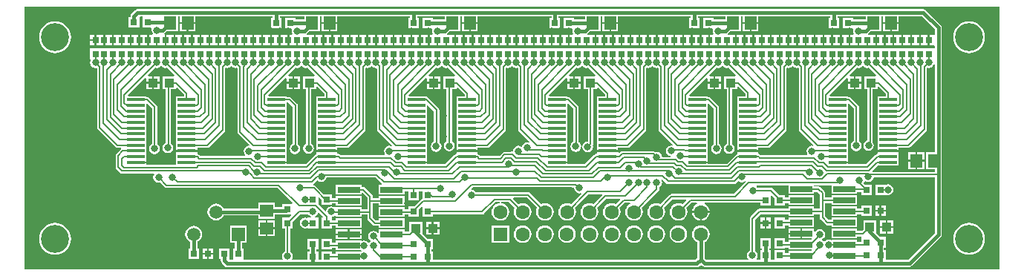
<source format=gtl>
%FSLAX43Y43*%
%MOMM*%
G71*
G01*
G75*
G04 Layer_Physical_Order=1*
G04 Layer_Color=255*
%ADD10R,0.800X0.800*%
%ADD11R,1.500X1.400*%
%ADD12R,0.800X0.800*%
%ADD13R,2.500X0.700*%
%ADD14R,1.100X1.100*%
%ADD15R,1.400X1.500*%
%ADD16R,2.000X0.350*%
%ADD17C,0.400*%
%ADD18C,0.200*%
%ADD19C,1.500*%
%ADD20R,1.500X1.500*%
%ADD21C,1.600*%
%ADD22R,1.600X1.600*%
%ADD23C,3.200*%
%ADD24C,0.800*%
G36*
X161200Y50000D02*
X50000D01*
Y80000D01*
X161200D01*
Y50000D01*
D02*
G37*
%LPC*%
G36*
X74000Y76800D02*
X73200D01*
Y76200D01*
Y75600D01*
X74000D01*
Y76200D01*
Y76800D01*
D02*
G37*
G36*
X73000D02*
X72200D01*
Y76200D01*
Y75600D01*
X73000D01*
Y76200D01*
Y76800D01*
D02*
G37*
G36*
X72000D02*
X71200D01*
Y76200D01*
Y75600D01*
X72000D01*
Y76200D01*
Y76800D01*
D02*
G37*
G36*
X77000D02*
X76200D01*
Y76200D01*
Y75600D01*
X77000D01*
Y76200D01*
Y76800D01*
D02*
G37*
G36*
X76000D02*
X75200D01*
Y76200D01*
Y75600D01*
X76000D01*
Y76200D01*
Y76800D01*
D02*
G37*
G36*
X75000D02*
X74200D01*
Y76200D01*
Y75600D01*
X75000D01*
Y76200D01*
Y76800D01*
D02*
G37*
G36*
X71000D02*
X70200D01*
Y76200D01*
Y75600D01*
X71000D01*
Y76200D01*
Y76800D01*
D02*
G37*
G36*
X67000D02*
X66200D01*
Y76200D01*
Y75600D01*
X67000D01*
Y76200D01*
Y76800D01*
D02*
G37*
G36*
X64000D02*
X63200D01*
Y76200D01*
Y75600D01*
X64000D01*
Y76200D01*
Y76800D01*
D02*
G37*
G36*
X63000D02*
X62200D01*
Y76200D01*
Y75600D01*
X63000D01*
Y76200D01*
Y76800D01*
D02*
G37*
G36*
X70000D02*
X69200D01*
Y76200D01*
Y75600D01*
X70000D01*
Y76200D01*
Y76800D01*
D02*
G37*
G36*
X69000D02*
X68200D01*
Y76200D01*
Y75600D01*
X69000D01*
Y76200D01*
Y76800D01*
D02*
G37*
G36*
X68000D02*
X67200D01*
Y76200D01*
Y75600D01*
X68000D01*
Y76200D01*
Y76800D01*
D02*
G37*
G36*
X90000D02*
X89200D01*
Y76200D01*
Y75600D01*
X90000D01*
Y76200D01*
Y76800D01*
D02*
G37*
G36*
X89000D02*
X88200D01*
Y76200D01*
Y75600D01*
X89000D01*
Y76200D01*
Y76800D01*
D02*
G37*
G36*
X88000D02*
X87200D01*
Y76200D01*
Y75600D01*
X88000D01*
Y76200D01*
Y76800D01*
D02*
G37*
G36*
X93000D02*
X92200D01*
Y76200D01*
Y75600D01*
X93000D01*
Y76200D01*
Y76800D01*
D02*
G37*
G36*
X92000D02*
X91200D01*
Y76200D01*
Y75600D01*
X92000D01*
Y76200D01*
Y76800D01*
D02*
G37*
G36*
X91000D02*
X90200D01*
Y76200D01*
Y75600D01*
X91000D01*
Y76200D01*
Y76800D01*
D02*
G37*
G36*
X87000D02*
X86200D01*
Y76200D01*
Y75600D01*
X87000D01*
Y76200D01*
Y76800D01*
D02*
G37*
G36*
X80000D02*
X79200D01*
Y76200D01*
Y75600D01*
X80000D01*
Y76200D01*
Y76800D01*
D02*
G37*
G36*
X79000D02*
X78200D01*
Y76200D01*
Y75600D01*
X79000D01*
Y76200D01*
Y76800D01*
D02*
G37*
G36*
X78000D02*
X77200D01*
Y76200D01*
Y75600D01*
X78000D01*
Y76200D01*
Y76800D01*
D02*
G37*
G36*
X86000D02*
X85200D01*
Y76200D01*
Y75600D01*
X86000D01*
Y76200D01*
Y76800D01*
D02*
G37*
G36*
X85000D02*
X84200D01*
Y76200D01*
Y75600D01*
X85000D01*
Y76200D01*
Y76800D01*
D02*
G37*
G36*
X84000D02*
X83200D01*
Y76200D01*
Y75600D01*
X84000D01*
Y76200D01*
Y76800D01*
D02*
G37*
G36*
X77500Y55600D02*
X76650D01*
Y54800D01*
X77500D01*
Y55600D01*
D02*
G37*
G36*
X78550Y54600D02*
X77700D01*
Y53800D01*
X78550D01*
Y54600D01*
D02*
G37*
G36*
X77500D02*
X76650D01*
Y53800D01*
X77500D01*
Y54600D01*
D02*
G37*
G36*
X157700Y78309D02*
X157347Y78274D01*
X157008Y78171D01*
X156695Y78004D01*
X156421Y77779D01*
X156196Y77505D01*
X156029Y77192D01*
X155926Y76853D01*
X155891Y76500D01*
X155926Y76147D01*
X156029Y75808D01*
X156196Y75495D01*
X156421Y75221D01*
X156695Y74996D01*
X157008Y74829D01*
X157347Y74726D01*
X157700Y74691D01*
X158053Y74726D01*
X158392Y74829D01*
X158705Y74996D01*
X158979Y75221D01*
X159204Y75495D01*
X159371Y75808D01*
X159474Y76147D01*
X159509Y76500D01*
X159474Y76853D01*
X159371Y77192D01*
X159204Y77505D01*
X158979Y77779D01*
X158705Y78004D01*
X158392Y78171D01*
X158053Y78274D01*
X157700Y78309D01*
D02*
G37*
G36*
X53500D02*
X53147Y78274D01*
X52808Y78171D01*
X52495Y78004D01*
X52221Y77779D01*
X51996Y77505D01*
X51829Y77192D01*
X51726Y76853D01*
X51691Y76500D01*
X51726Y76147D01*
X51829Y75808D01*
X51996Y75495D01*
X52221Y75221D01*
X52495Y74996D01*
X52808Y74829D01*
X53147Y74726D01*
X53500Y74691D01*
X53853Y74726D01*
X54192Y74829D01*
X54505Y74996D01*
X54779Y75221D01*
X55004Y75495D01*
X55171Y75808D01*
X55274Y76147D01*
X55309Y76500D01*
X55274Y76853D01*
X55171Y77192D01*
X55004Y77505D01*
X54779Y77779D01*
X54505Y78004D01*
X54192Y78171D01*
X53853Y78274D01*
X53500Y78309D01*
D02*
G37*
G36*
X78550Y55600D02*
X77700D01*
Y54800D01*
X78550D01*
Y55600D01*
D02*
G37*
G36*
X71500Y52400D02*
X71000D01*
Y51900D01*
X71500D01*
Y52400D01*
D02*
G37*
G36*
Y51700D02*
X71000D01*
Y51200D01*
X71500D01*
Y51700D01*
D02*
G37*
G36*
X70800D02*
X70300D01*
Y51200D01*
X70800D01*
Y51700D01*
D02*
G37*
G36*
X69295Y54983D02*
X69047Y54951D01*
X68816Y54855D01*
X68617Y54703D01*
X68465Y54504D01*
X68369Y54273D01*
X68337Y54025D01*
X68369Y53777D01*
X68465Y53546D01*
X68617Y53347D01*
X68816Y53195D01*
X68892Y53164D01*
Y52400D01*
X68700D01*
Y51200D01*
X69900D01*
Y52400D01*
X69708D01*
Y53168D01*
X69774Y53195D01*
X69973Y53347D01*
X70125Y53546D01*
X70221Y53777D01*
X70253Y54025D01*
X70221Y54273D01*
X70125Y54504D01*
X69973Y54703D01*
X69774Y54855D01*
X69543Y54951D01*
X69295Y54983D01*
D02*
G37*
G36*
X70800Y52400D02*
X70300D01*
Y51900D01*
X70800D01*
Y52400D01*
D02*
G37*
G36*
X157700Y55309D02*
X157347Y55274D01*
X157008Y55171D01*
X156695Y55004D01*
X156421Y54779D01*
X156196Y54505D01*
X156029Y54192D01*
X155926Y53853D01*
X155891Y53500D01*
X155926Y53147D01*
X156029Y52808D01*
X156196Y52495D01*
X156421Y52221D01*
X156695Y51996D01*
X157008Y51829D01*
X157347Y51726D01*
X157700Y51691D01*
X158053Y51726D01*
X158392Y51829D01*
X158705Y51996D01*
X158979Y52221D01*
X159204Y52495D01*
X159371Y52808D01*
X159474Y53147D01*
X159509Y53500D01*
X159474Y53853D01*
X159371Y54192D01*
X159204Y54505D01*
X158979Y54779D01*
X158705Y55004D01*
X158392Y55171D01*
X158053Y55274D01*
X157700Y55309D01*
D02*
G37*
G36*
X53500D02*
X53147Y55274D01*
X52808Y55171D01*
X52495Y55004D01*
X52221Y54779D01*
X51996Y54505D01*
X51829Y54192D01*
X51726Y53853D01*
X51691Y53500D01*
X51726Y53147D01*
X51829Y52808D01*
X51996Y52495D01*
X52221Y52221D01*
X52495Y51996D01*
X52808Y51829D01*
X53147Y51726D01*
X53500Y51691D01*
X53853Y51726D01*
X54192Y51829D01*
X54505Y51996D01*
X54779Y52221D01*
X55004Y52495D01*
X55171Y52808D01*
X55274Y53147D01*
X55309Y53500D01*
X55274Y53853D01*
X55171Y54192D01*
X55004Y54505D01*
X54779Y54779D01*
X54505Y55004D01*
X54192Y55171D01*
X53853Y55274D01*
X53500Y55309D01*
D02*
G37*
G36*
X59000Y76800D02*
X58200D01*
Y76200D01*
Y75600D01*
X59000D01*
Y76200D01*
Y76800D01*
D02*
G37*
G36*
X58000Y76100D02*
X57500D01*
Y75600D01*
X58000D01*
Y76100D01*
D02*
G37*
G36*
X144000Y76800D02*
X143200D01*
Y76200D01*
Y75600D01*
X144000D01*
Y76200D01*
Y76800D01*
D02*
G37*
G36*
X62000Y76800D02*
X61200D01*
Y76200D01*
Y75600D01*
X62000D01*
Y76200D01*
Y76800D01*
D02*
G37*
G36*
X61000D02*
X60200D01*
Y76200D01*
Y75600D01*
X61000D01*
Y76200D01*
Y76800D01*
D02*
G37*
G36*
X60000D02*
X59200D01*
Y76200D01*
Y75600D01*
X60000D01*
Y76200D01*
Y76800D01*
D02*
G37*
G36*
X143000Y76800D02*
X142200D01*
Y76200D01*
Y75600D01*
X143000D01*
Y76200D01*
Y76800D01*
D02*
G37*
G36*
X139000D02*
X138200D01*
Y76200D01*
Y75600D01*
X139000D01*
Y76200D01*
Y76800D01*
D02*
G37*
G36*
X137700Y76800D02*
X137200D01*
Y76200D01*
Y75600D01*
X137500D01*
Y75600D01*
X138000D01*
Y76200D01*
Y76800D01*
X137700D01*
Y76800D01*
D02*
G37*
G36*
X152500Y79708D02*
X152500Y79708D01*
X62900D01*
X62744Y79677D01*
X62612Y79588D01*
X62612Y79588D01*
X62212Y79188D01*
X62123Y79056D01*
X62118Y79030D01*
X62092Y78900D01*
X62092Y78900D01*
Y78800D01*
X61900D01*
Y77600D01*
X63100D01*
Y78800D01*
D01*
X63100Y78800D01*
X63100Y78800D01*
X63100D01*
Y78802D01*
X63190Y78892D01*
X63500D01*
Y78800D01*
X63500D01*
Y77600D01*
X64448D01*
X64528Y77502D01*
X64488Y77300D01*
X64535Y77066D01*
X64638Y76912D01*
X64578Y76800D01*
X64200D01*
Y76200D01*
Y75600D01*
X65000D01*
Y76200D01*
X65200D01*
Y75600D01*
X66000D01*
Y76200D01*
Y76800D01*
X65981D01*
X65956Y76923D01*
X66088Y77012D01*
X66088Y77012D01*
X66088Y77012D01*
X66227Y77150D01*
X67500D01*
Y78892D01*
X67700D01*
Y78200D01*
X69500D01*
Y78892D01*
X78292D01*
Y78700D01*
X78100D01*
Y77500D01*
X79300D01*
Y78700D01*
X79108D01*
Y78892D01*
X81900D01*
Y78508D01*
X80900D01*
Y78700D01*
X79700D01*
Y77500D01*
X80448D01*
X80528Y77402D01*
X80488Y77200D01*
X80535Y76966D01*
X80571Y76912D01*
X80511Y76800D01*
X80200D01*
Y76200D01*
Y75600D01*
X81000D01*
Y76200D01*
X81200D01*
Y75600D01*
X82000D01*
Y76200D01*
X82200D01*
Y75600D01*
X83000D01*
Y76200D01*
Y76800D01*
X82263D01*
X82210Y76880D01*
X82194Y76917D01*
X82427Y77150D01*
X83700D01*
Y78892D01*
X83900D01*
Y78200D01*
X85700D01*
Y78892D01*
X93992D01*
Y78700D01*
X93800D01*
Y77500D01*
X95000D01*
Y78700D01*
X94808D01*
Y78892D01*
X97900D01*
Y78508D01*
X96600D01*
Y78700D01*
X95400D01*
Y77500D01*
X96448D01*
X96528Y77402D01*
X96488Y77200D01*
X96535Y76966D01*
X96571Y76912D01*
X96511Y76800D01*
X96200D01*
Y76200D01*
Y75600D01*
X97000D01*
Y76200D01*
X97200D01*
Y75600D01*
X98000D01*
Y76200D01*
X98200D01*
Y75600D01*
X99000D01*
Y76200D01*
Y76800D01*
X98263D01*
X98210Y76880D01*
X98194Y76917D01*
X98427Y77150D01*
X99700D01*
Y78892D01*
X99900D01*
Y78200D01*
X101700D01*
Y78892D01*
X110092D01*
Y78700D01*
X109900D01*
Y77500D01*
X111100D01*
Y78700D01*
X110908D01*
Y78892D01*
X113900D01*
Y78508D01*
X112700D01*
Y78700D01*
X111500D01*
Y77500D01*
X112448D01*
X112528Y77402D01*
X112488Y77200D01*
X112535Y76966D01*
X112571Y76912D01*
X112511Y76800D01*
X112200D01*
Y76200D01*
Y75600D01*
X113000D01*
Y76200D01*
X113200D01*
Y75600D01*
X114000D01*
Y76200D01*
X114200D01*
Y75600D01*
X115000D01*
Y76200D01*
Y76800D01*
X114263D01*
X114210Y76880D01*
X114194Y76917D01*
X114427Y77150D01*
X115700D01*
Y78892D01*
X115900D01*
Y78200D01*
X117700D01*
Y78892D01*
X125992D01*
Y78700D01*
X125800D01*
Y77500D01*
X127000D01*
Y78700D01*
X126808D01*
Y78892D01*
X129900D01*
Y78508D01*
X128600D01*
Y78700D01*
X127400D01*
Y77500D01*
X128448D01*
X128528Y77402D01*
X128488Y77200D01*
X128535Y76966D01*
X128571Y76912D01*
X128511Y76800D01*
X128200D01*
Y76200D01*
Y75600D01*
X129000D01*
Y76200D01*
X129200D01*
Y75600D01*
X130000D01*
Y76200D01*
X130200D01*
Y75600D01*
X131000D01*
Y76200D01*
Y76800D01*
X130263D01*
X130210Y76880D01*
X130194Y76917D01*
X130427Y77150D01*
X131700D01*
Y78892D01*
X131900D01*
Y78200D01*
X133700D01*
Y78892D01*
X141892D01*
Y78700D01*
X141700D01*
Y77500D01*
X142900D01*
Y78700D01*
X142708D01*
Y78892D01*
X145900D01*
Y78508D01*
X144500D01*
Y78700D01*
X143300D01*
Y77500D01*
X144436D01*
X144462Y77483D01*
X144528Y77402D01*
X144488Y77200D01*
X144535Y76966D01*
X144571Y76912D01*
X144511Y76800D01*
X144200D01*
Y76200D01*
Y75600D01*
X145000D01*
Y76200D01*
X145200D01*
Y75600D01*
X145700D01*
Y75600D01*
X146000D01*
Y76200D01*
X146200D01*
Y75600D01*
X147000D01*
Y76200D01*
Y76800D01*
X146263D01*
X146210Y76880D01*
X146194Y76917D01*
X146427Y77150D01*
X147700D01*
Y78892D01*
X147900D01*
Y78200D01*
X149700D01*
Y78892D01*
X152331D01*
X153792Y77431D01*
Y76800D01*
X153700D01*
Y76800D01*
X153200D01*
Y76200D01*
Y75600D01*
X153700D01*
Y75600D01*
X153702D01*
X153792Y75510D01*
Y75200D01*
X153700D01*
Y75200D01*
X145500D01*
Y75200D01*
X137700D01*
Y75200D01*
X57500D01*
Y74000D01*
X57511D01*
X57571Y73888D01*
X57535Y73834D01*
X57488Y73600D01*
X57535Y73366D01*
X57667Y73167D01*
X57866Y73035D01*
X58100Y72988D01*
X58196Y73007D01*
X58294Y72927D01*
Y66200D01*
X58294Y66200D01*
X58317Y66083D01*
X58384Y65984D01*
X60409Y63959D01*
X60508Y63892D01*
X60625Y63869D01*
X60625Y63869D01*
X60981D01*
X61018Y63748D01*
X61009Y63741D01*
X60484Y63216D01*
X60417Y63117D01*
X60394Y63000D01*
X60394Y63000D01*
Y61675D01*
X60394Y61675D01*
X60417Y61558D01*
X60484Y61459D01*
X60909Y61034D01*
X60909Y61034D01*
X60968Y60994D01*
X61008Y60967D01*
X61125Y60944D01*
X64740D01*
X64800Y60832D01*
X64735Y60734D01*
X64688Y60500D01*
X64735Y60266D01*
X64867Y60067D01*
X65066Y59935D01*
X65300Y59888D01*
X65449Y59918D01*
X65983Y59384D01*
X66083Y59317D01*
X66200Y59294D01*
X66200Y59294D01*
X78873D01*
X80550Y57617D01*
X80501Y57500D01*
X79400D01*
Y57108D01*
X78550D01*
Y57600D01*
X76650D01*
Y56973D01*
X72694D01*
X72665Y57044D01*
X72513Y57243D01*
X72314Y57395D01*
X72083Y57491D01*
X71835Y57523D01*
X71587Y57491D01*
X71356Y57395D01*
X71157Y57243D01*
X71005Y57044D01*
X70909Y56813D01*
X70877Y56565D01*
X70909Y56317D01*
X71005Y56086D01*
X71157Y55887D01*
X71356Y55735D01*
X71587Y55639D01*
X71835Y55607D01*
X72083Y55639D01*
X72314Y55735D01*
X72513Y55887D01*
X72665Y56086D01*
X72694Y56157D01*
X76650D01*
Y55800D01*
X78550D01*
Y56292D01*
X79800D01*
X79800Y56292D01*
X79839Y56300D01*
X80401D01*
X80450Y56183D01*
X80167Y55900D01*
X79400D01*
Y54700D01*
X79694D01*
Y52017D01*
X79567Y51932D01*
X79435Y51734D01*
X79388Y51500D01*
X79435Y51266D01*
X79482Y51195D01*
X79422Y51083D01*
X75000D01*
Y51200D01*
X75000D01*
Y52400D01*
X74808D01*
Y53075D01*
X75325D01*
Y54975D01*
X73425D01*
Y53075D01*
X73992D01*
Y52400D01*
X73800D01*
Y51200D01*
X73800D01*
Y51173D01*
X73710Y51083D01*
X73400D01*
Y51200D01*
X73400D01*
Y52400D01*
X72200D01*
Y51200D01*
X72392D01*
Y51000D01*
X72392Y51000D01*
X72418Y50870D01*
X72423Y50844D01*
X72512Y50712D01*
X72512Y50712D01*
X72512Y50712D01*
X72837Y50387D01*
X72969Y50298D01*
X72995Y50293D01*
X73125Y50267D01*
X73125Y50267D01*
X126675D01*
X126675Y50267D01*
X126805Y50293D01*
X126831Y50298D01*
X126963Y50387D01*
X126963Y50387D01*
X126963Y50387D01*
X127130Y50553D01*
X127272Y50412D01*
X127272Y50412D01*
X127404Y50323D01*
X127430Y50318D01*
X127560Y50292D01*
X127560Y50292D01*
X150900D01*
X150900Y50292D01*
X151030Y50318D01*
X151056Y50323D01*
X151188Y50412D01*
X151188Y50412D01*
X151188Y50412D01*
X154488Y53712D01*
X154488Y53712D01*
X154577Y53844D01*
X154608Y54000D01*
Y60850D01*
Y77600D01*
X154577Y77756D01*
X154488Y77888D01*
X154488Y77888D01*
X152788Y79588D01*
X152656Y79677D01*
X152630Y79682D01*
X152500Y79708D01*
D02*
G37*
G36*
X142000Y76800D02*
X141200D01*
Y76200D01*
Y75600D01*
X142000D01*
Y76200D01*
Y76800D01*
D02*
G37*
G36*
X141000D02*
X140200D01*
Y76200D01*
Y75600D01*
X141000D01*
Y76200D01*
Y76800D01*
D02*
G37*
G36*
X140000D02*
X139200D01*
Y76200D01*
Y75600D01*
X140000D01*
Y76200D01*
Y76800D01*
D02*
G37*
G36*
X94000Y76800D02*
X93200D01*
Y76200D01*
Y75600D01*
X94000D01*
Y76200D01*
Y76800D01*
D02*
G37*
G36*
X150000D02*
X149200D01*
Y76200D01*
Y75600D01*
X150000D01*
Y76200D01*
Y76800D01*
D02*
G37*
G36*
X149000D02*
X148200D01*
Y76200D01*
Y75600D01*
X149000D01*
Y76200D01*
Y76800D01*
D02*
G37*
G36*
X148000D02*
X147200D01*
Y76200D01*
Y75600D01*
X148000D01*
Y76200D01*
Y76800D01*
D02*
G37*
G36*
X153000D02*
X152200D01*
Y76200D01*
Y75600D01*
X153000D01*
Y76200D01*
Y76800D01*
D02*
G37*
G36*
X152000D02*
X151200D01*
Y76200D01*
Y75600D01*
X152000D01*
Y76200D01*
Y76800D01*
D02*
G37*
G36*
X151000D02*
X150200D01*
Y76200D01*
Y75600D01*
X151000D01*
Y76200D01*
Y76800D01*
D02*
G37*
G36*
X137000D02*
X136200D01*
Y76200D01*
Y75600D01*
X137000D01*
Y76200D01*
Y76800D01*
D02*
G37*
G36*
X133000D02*
X132200D01*
Y76200D01*
Y75600D01*
X133000D01*
Y76200D01*
Y76800D01*
D02*
G37*
G36*
X132000D02*
X131200D01*
Y76200D01*
Y75600D01*
X132000D01*
Y76200D01*
Y76800D01*
D02*
G37*
G36*
X128000D02*
X127200D01*
Y76200D01*
Y75600D01*
X128000D01*
Y76200D01*
Y76800D01*
D02*
G37*
G36*
X136000D02*
X135200D01*
Y76200D01*
Y75600D01*
X136000D01*
Y76200D01*
Y76800D01*
D02*
G37*
G36*
X135000D02*
X134200D01*
Y76200D01*
Y75600D01*
X135000D01*
Y76200D01*
Y76800D01*
D02*
G37*
G36*
X134000D02*
X133200D01*
Y76200D01*
Y75600D01*
X134000D01*
Y76200D01*
Y76800D01*
D02*
G37*
G36*
X117700Y78000D02*
X116900D01*
Y77150D01*
X117700D01*
Y78000D01*
D02*
G37*
G36*
X132700D02*
X131900D01*
Y77150D01*
X132700D01*
Y78000D01*
D02*
G37*
G36*
X133700D02*
X132900D01*
Y77150D01*
X133700D01*
Y78000D01*
D02*
G37*
G36*
X100700D02*
X99900D01*
Y77150D01*
X100700D01*
Y78000D01*
D02*
G37*
G36*
X101700D02*
X100900D01*
Y77150D01*
X101700D01*
Y78000D01*
D02*
G37*
G36*
X116700D02*
X115900D01*
Y77150D01*
X116700D01*
Y78000D01*
D02*
G37*
G36*
X148700D02*
X147900D01*
Y77150D01*
X148700D01*
Y78000D01*
D02*
G37*
G36*
X69500D02*
X68700D01*
Y77150D01*
X69500D01*
Y78000D01*
D02*
G37*
G36*
X68500D02*
X67700D01*
Y77150D01*
X68500D01*
Y78000D01*
D02*
G37*
G36*
X58000Y76800D02*
X57500D01*
Y76300D01*
X58000D01*
Y76800D01*
D02*
G37*
G36*
X149700Y78000D02*
X148900D01*
Y77150D01*
X149700D01*
Y78000D01*
D02*
G37*
G36*
X85700D02*
X84900D01*
Y77150D01*
X85700D01*
Y78000D01*
D02*
G37*
G36*
X84700D02*
X83900D01*
Y77150D01*
X84700D01*
Y78000D01*
D02*
G37*
G36*
X127000Y76800D02*
X126200D01*
Y76200D01*
Y75600D01*
X127000D01*
Y76200D01*
Y76800D01*
D02*
G37*
G36*
X107000D02*
X106200D01*
Y76200D01*
Y75600D01*
X107000D01*
Y76200D01*
Y76800D01*
D02*
G37*
G36*
X106000D02*
X105200D01*
Y76200D01*
Y75600D01*
X106000D01*
Y76200D01*
Y76800D01*
D02*
G37*
G36*
X105000D02*
X104200D01*
Y76200D01*
Y75600D01*
X105000D01*
Y76200D01*
Y76800D01*
D02*
G37*
G36*
X110000D02*
X109200D01*
Y76200D01*
Y75600D01*
X110000D01*
Y76200D01*
Y76800D01*
D02*
G37*
G36*
X109000D02*
X108200D01*
Y76200D01*
Y75600D01*
X109000D01*
Y76200D01*
Y76800D01*
D02*
G37*
G36*
X108000D02*
X107200D01*
Y76200D01*
Y75600D01*
X108000D01*
Y76200D01*
Y76800D01*
D02*
G37*
G36*
X104000D02*
X103200D01*
Y76200D01*
Y75600D01*
X104000D01*
Y76200D01*
Y76800D01*
D02*
G37*
G36*
X100000D02*
X99200D01*
Y76200D01*
Y75600D01*
X100000D01*
Y76200D01*
Y76800D01*
D02*
G37*
G36*
X96000D02*
X95200D01*
Y76200D01*
Y75600D01*
X96000D01*
Y76200D01*
Y76800D01*
D02*
G37*
G36*
X95000D02*
X94200D01*
Y76200D01*
Y75600D01*
X95000D01*
Y76200D01*
Y76800D01*
D02*
G37*
G36*
X103000D02*
X102200D01*
Y76200D01*
Y75600D01*
X103000D01*
Y76200D01*
Y76800D01*
D02*
G37*
G36*
X102000D02*
X101200D01*
Y76200D01*
Y75600D01*
X102000D01*
Y76200D01*
Y76800D01*
D02*
G37*
G36*
X101000D02*
X100200D01*
Y76200D01*
Y75600D01*
X101000D01*
Y76200D01*
Y76800D01*
D02*
G37*
G36*
X122000D02*
X121200D01*
Y76200D01*
Y75600D01*
X122000D01*
Y76200D01*
Y76800D01*
D02*
G37*
G36*
X121000D02*
X120200D01*
Y76200D01*
Y75600D01*
X121000D01*
Y76200D01*
Y76800D01*
D02*
G37*
G36*
X120000D02*
X119200D01*
Y76200D01*
Y75600D01*
X120000D01*
Y76200D01*
Y76800D01*
D02*
G37*
G36*
X123000D02*
X122200D01*
Y76200D01*
Y75600D01*
X123000D01*
Y76200D01*
Y76800D01*
D02*
G37*
G36*
X126000D02*
X125200D01*
Y76200D01*
Y75600D01*
X126000D01*
Y76200D01*
Y76800D01*
D02*
G37*
G36*
X125000D02*
X124200D01*
Y76200D01*
Y75600D01*
X125000D01*
Y76200D01*
Y76800D01*
D02*
G37*
G36*
X124000D02*
X123200D01*
Y76200D01*
Y75600D01*
X124000D01*
Y76200D01*
Y76800D01*
D02*
G37*
G36*
X119000D02*
X118200D01*
Y76200D01*
Y75600D01*
X119000D01*
Y76200D01*
Y76800D01*
D02*
G37*
G36*
X112000D02*
X111200D01*
Y76200D01*
Y75600D01*
X112000D01*
Y76200D01*
Y76800D01*
D02*
G37*
G36*
X116000D02*
X115200D01*
Y76200D01*
Y75600D01*
X116000D01*
Y76200D01*
Y76800D01*
D02*
G37*
G36*
X111000D02*
X110200D01*
Y76200D01*
Y75600D01*
X111000D01*
Y76200D01*
Y76800D01*
D02*
G37*
G36*
X118000D02*
X117200D01*
Y76200D01*
Y75600D01*
X118000D01*
Y76200D01*
Y76800D01*
D02*
G37*
G36*
X117000D02*
X116200D01*
Y76200D01*
Y75600D01*
X117000D01*
Y76200D01*
Y76800D01*
D02*
G37*
%LPD*%
G36*
X90756Y59762D02*
X90763Y59757D01*
X90727Y59635D01*
X90425D01*
Y58535D01*
X93325D01*
Y58894D01*
X93800D01*
Y57900D01*
X95000D01*
Y58894D01*
X95400D01*
Y58086D01*
X95383Y58083D01*
X95284Y58016D01*
X94467Y57200D01*
X93800D01*
Y56851D01*
X93325D01*
Y57095D01*
X90425D01*
Y55995D01*
X93325D01*
Y56239D01*
X93800D01*
Y56000D01*
X95000D01*
Y56867D01*
X95283Y57150D01*
X95400Y57101D01*
Y56000D01*
X96600D01*
Y56294D01*
X102200D01*
X102200Y56294D01*
X102317Y56317D01*
X102416Y56384D01*
X103727Y57694D01*
X104176D01*
X104185Y57567D01*
X104009Y57544D01*
X103766Y57444D01*
X103557Y57283D01*
X103396Y57074D01*
X103296Y56831D01*
X103261Y56570D01*
X103296Y56309D01*
X103396Y56066D01*
X103557Y55857D01*
X103766Y55697D01*
X104009Y55596D01*
X104270Y55561D01*
X104531Y55596D01*
X104774Y55697D01*
X104983Y55857D01*
X105144Y56066D01*
X105244Y56309D01*
X105279Y56570D01*
X105244Y56831D01*
X105144Y57074D01*
X104983Y57283D01*
X104774Y57444D01*
X104531Y57544D01*
X104355Y57567D01*
X104364Y57694D01*
X105253D01*
X105918Y57029D01*
X105836Y56831D01*
X105801Y56570D01*
X105836Y56309D01*
X105937Y56066D01*
X106097Y55857D01*
X106306Y55697D01*
X106549Y55596D01*
X106810Y55561D01*
X107071Y55596D01*
X107314Y55697D01*
X107523Y55857D01*
X107684Y56066D01*
X107784Y56309D01*
X107819Y56570D01*
X107784Y56831D01*
X107684Y57074D01*
X107523Y57283D01*
X107314Y57444D01*
X107071Y57544D01*
X106810Y57579D01*
X106549Y57544D01*
X106351Y57462D01*
X105736Y58077D01*
X105784Y58194D01*
X107293D01*
X108458Y57029D01*
X108376Y56831D01*
X108341Y56570D01*
X108376Y56309D01*
X108477Y56066D01*
X108637Y55857D01*
X108846Y55697D01*
X109089Y55596D01*
X109350Y55561D01*
X109611Y55596D01*
X109854Y55697D01*
X110063Y55857D01*
X110224Y56066D01*
X110324Y56309D01*
X110359Y56570D01*
X110324Y56831D01*
X110224Y57074D01*
X110063Y57283D01*
X109854Y57444D01*
X109611Y57544D01*
X109350Y57579D01*
X109089Y57544D01*
X108891Y57462D01*
X107636Y58716D01*
X107537Y58783D01*
X107420Y58806D01*
X107420Y58806D01*
X101517D01*
X101433Y58933D01*
X101234Y59065D01*
X101002Y59111D01*
X100965Y59233D01*
X101127Y59394D01*
X112214D01*
X112688Y59300D01*
X112735Y59066D01*
X112867Y58867D01*
X113066Y58735D01*
X113300Y58688D01*
X113429Y58714D01*
X113489Y58602D01*
X112349Y57462D01*
X112151Y57544D01*
X111890Y57579D01*
X111629Y57544D01*
X111386Y57444D01*
X111177Y57283D01*
X111017Y57074D01*
X110916Y56831D01*
X110881Y56570D01*
X110916Y56309D01*
X111017Y56066D01*
X111177Y55857D01*
X111386Y55697D01*
X111629Y55596D01*
X111890Y55561D01*
X112151Y55596D01*
X112394Y55697D01*
X112603Y55857D01*
X112763Y56066D01*
X112864Y56309D01*
X112899Y56570D01*
X112864Y56831D01*
X112782Y57029D01*
X114347Y58594D01*
X115856D01*
X115904Y58477D01*
X114889Y57462D01*
X114691Y57544D01*
X114430Y57579D01*
X114169Y57544D01*
X113926Y57444D01*
X113717Y57283D01*
X113557Y57074D01*
X113456Y56831D01*
X113421Y56570D01*
X113456Y56309D01*
X113557Y56066D01*
X113717Y55857D01*
X113926Y55697D01*
X114169Y55596D01*
X114430Y55561D01*
X114691Y55596D01*
X114934Y55697D01*
X115143Y55857D01*
X115303Y56066D01*
X115404Y56309D01*
X115439Y56570D01*
X115404Y56831D01*
X115322Y57029D01*
X116387Y58094D01*
X117896D01*
X117944Y57977D01*
X117429Y57462D01*
X117231Y57544D01*
X116970Y57579D01*
X116709Y57544D01*
X116466Y57444D01*
X116257Y57283D01*
X116096Y57074D01*
X115996Y56831D01*
X115961Y56570D01*
X115996Y56309D01*
X116096Y56066D01*
X116257Y55857D01*
X116466Y55697D01*
X116709Y55596D01*
X116970Y55561D01*
X117231Y55596D01*
X117474Y55697D01*
X117683Y55857D01*
X117843Y56066D01*
X117944Y56309D01*
X117979Y56570D01*
X117944Y56831D01*
X117862Y57029D01*
X118427Y57594D01*
X119044D01*
X119069Y57470D01*
X119006Y57444D01*
X118797Y57283D01*
X118636Y57074D01*
X118536Y56831D01*
X118501Y56570D01*
X118536Y56309D01*
X118636Y56066D01*
X118797Y55857D01*
X119006Y55697D01*
X119249Y55596D01*
X119510Y55561D01*
X119771Y55596D01*
X120014Y55697D01*
X120223Y55857D01*
X120383Y56066D01*
X120484Y56309D01*
X120519Y56570D01*
X120484Y56831D01*
X120402Y57029D01*
X122316Y58944D01*
X122316Y58944D01*
X122356Y59003D01*
X122383Y59043D01*
X122406Y59160D01*
X122406Y59160D01*
X122406Y59160D01*
Y59160D01*
Y59383D01*
X122533Y59467D01*
X122665Y59666D01*
X122712Y59900D01*
X122665Y60134D01*
X122623Y60197D01*
Y60228D01*
X122741Y60277D01*
X123181Y59837D01*
X123280Y59770D01*
X123397Y59747D01*
X123397Y59747D01*
X130928D01*
X130928Y59747D01*
X131045Y59770D01*
X131144Y59837D01*
X131396Y60089D01*
X131547Y59988D01*
X131781Y59941D01*
X132016Y59988D01*
X132199Y60110D01*
X132280Y60012D01*
X130873Y58606D01*
X123780D01*
X123780Y58606D01*
X123663Y58583D01*
X123564Y58516D01*
X123564Y58516D01*
X122509Y57462D01*
X122311Y57544D01*
X122050Y57579D01*
X121789Y57544D01*
X121546Y57444D01*
X121337Y57283D01*
X121176Y57074D01*
X121076Y56831D01*
X121041Y56570D01*
X121076Y56309D01*
X121176Y56066D01*
X121337Y55857D01*
X121546Y55697D01*
X121789Y55596D01*
X122050Y55561D01*
X122311Y55596D01*
X122554Y55697D01*
X122763Y55857D01*
X122924Y56066D01*
X123024Y56309D01*
X123059Y56570D01*
X123024Y56831D01*
X122942Y57029D01*
X123907Y57994D01*
X125416D01*
X125464Y57877D01*
X125049Y57462D01*
X124851Y57544D01*
X124590Y57579D01*
X124329Y57544D01*
X124086Y57444D01*
X123877Y57283D01*
X123716Y57074D01*
X123616Y56831D01*
X123581Y56570D01*
X123616Y56309D01*
X123716Y56066D01*
X123877Y55857D01*
X124086Y55697D01*
X124329Y55596D01*
X124590Y55561D01*
X124851Y55596D01*
X125094Y55697D01*
X125303Y55857D01*
X125464Y56066D01*
X125564Y56309D01*
X125599Y56570D01*
X125564Y56831D01*
X125482Y57029D01*
X126047Y57594D01*
X126664D01*
X126689Y57470D01*
X126626Y57444D01*
X126417Y57283D01*
X126257Y57074D01*
X126156Y56831D01*
X126135Y56670D01*
X128125D01*
X128104Y56831D01*
X128003Y57074D01*
X127843Y57283D01*
X127634Y57444D01*
X127571Y57470D01*
X127596Y57594D01*
X133900D01*
Y57300D01*
X135100D01*
Y58401D01*
X135217Y58450D01*
X135500Y58167D01*
Y57300D01*
X136700D01*
Y57584D01*
X137150D01*
Y57340D01*
X140050D01*
Y58440D01*
X137150D01*
Y58196D01*
X136700D01*
Y58500D01*
X136033D01*
X135316Y59216D01*
X135217Y59283D01*
X135100Y59306D01*
X135100Y59306D01*
X133617D01*
X133533Y59433D01*
X133473Y59473D01*
X133510Y59594D01*
X137150D01*
Y58610D01*
X140050D01*
Y58854D01*
X140413D01*
X140694Y58573D01*
Y56926D01*
X140050D01*
Y57170D01*
X137150D01*
Y56926D01*
X133820D01*
X133703Y56903D01*
X133604Y56836D01*
X132784Y56016D01*
X132717Y55917D01*
X132694Y55800D01*
X132694Y55800D01*
Y52117D01*
X132567Y52033D01*
X132435Y51834D01*
X132388Y51600D01*
X132435Y51366D01*
X132532Y51220D01*
X132473Y51108D01*
X127729D01*
X127538Y51299D01*
Y53117D01*
X127634Y53157D01*
X127843Y53317D01*
X128003Y53526D01*
X128104Y53769D01*
X128139Y54030D01*
X128104Y54291D01*
X128003Y54534D01*
X127843Y54743D01*
X127634Y54903D01*
X127391Y55004D01*
X127130Y55039D01*
X126869Y55004D01*
X126626Y54903D01*
X126417Y54743D01*
X126257Y54534D01*
X126156Y54291D01*
X126121Y54030D01*
X126156Y53769D01*
X126257Y53526D01*
X126417Y53317D01*
X126626Y53157D01*
X126722Y53117D01*
Y51299D01*
X126506Y51083D01*
X96600D01*
Y52075D01*
X96408D01*
Y52300D01*
X96600D01*
Y53500D01*
X95977D01*
X95400Y54077D01*
Y55450D01*
X93900D01*
Y54383D01*
X93828Y54311D01*
X93325D01*
Y54555D01*
X90425D01*
Y54163D01*
X90303Y54126D01*
X90233Y54233D01*
X90034Y54365D01*
X89800Y54412D01*
X89566Y54365D01*
X89367Y54233D01*
X89235Y54034D01*
X89188Y53800D01*
X89235Y53566D01*
X89367Y53367D01*
X89448Y53314D01*
Y53187D01*
X89367Y53132D01*
X89313Y53052D01*
X89186D01*
X89133Y53133D01*
X88934Y53265D01*
X88700Y53312D01*
X88466Y53265D01*
X88464Y53264D01*
X88425Y53285D01*
Y53285D01*
X88425Y53285D01*
X85525D01*
Y53041D01*
X85100D01*
Y53500D01*
X83900D01*
Y52300D01*
X85100D01*
Y52429D01*
X85525D01*
Y52185D01*
X88333D01*
X88423Y52095D01*
Y52037D01*
X88391Y52015D01*
X85525D01*
Y51781D01*
X85100D01*
Y52075D01*
X83900D01*
Y51083D01*
X83500D01*
Y52075D01*
X83308D01*
Y52300D01*
X83500D01*
Y53500D01*
X82300D01*
Y52300D01*
X82492D01*
Y52075D01*
X82300D01*
Y51083D01*
X80577D01*
X80518Y51195D01*
X80565Y51266D01*
X80612Y51500D01*
X80565Y51734D01*
X80432Y51932D01*
X80306Y52017D01*
Y54700D01*
X80600D01*
Y55467D01*
X81427Y56294D01*
X82383D01*
X82467Y56167D01*
X82666Y56035D01*
X82708Y56026D01*
X82696Y55900D01*
X82300D01*
X82300Y55900D01*
Y55900D01*
X82234Y55865D01*
X82234Y55865D01*
X82000Y55912D01*
X81766Y55865D01*
X81567Y55733D01*
X81435Y55534D01*
X81388Y55300D01*
X81435Y55066D01*
X81567Y54867D01*
X81766Y54735D01*
X82000Y54688D01*
X82234Y54735D01*
X82234Y54735D01*
X82300Y54700D01*
Y54700D01*
X82300Y54700D01*
X83500D01*
Y55900D01*
X83104D01*
X83092Y56026D01*
X83134Y56035D01*
X83333Y56167D01*
X83465Y56366D01*
X83478Y56431D01*
X83600Y56468D01*
X84050Y56017D01*
X84001Y55900D01*
X83900D01*
Y54700D01*
X85100D01*
Y54969D01*
X85525D01*
Y54725D01*
X88425D01*
Y55825D01*
X85525D01*
Y55581D01*
X85100D01*
Y55900D01*
X85100D01*
Y56008D01*
X85234Y56035D01*
X85413Y56154D01*
X85525Y56094D01*
Y55995D01*
X88425D01*
Y56239D01*
X89094D01*
Y55825D01*
X89094Y55825D01*
X89117Y55708D01*
X89184Y55609D01*
X89734Y55059D01*
X89734D01*
X89734Y55059D01*
X89734D01*
X89734Y55059D01*
Y55059D01*
X89734Y55059D01*
Y55059D01*
X89833Y54992D01*
X89950Y54969D01*
X90425D01*
Y54725D01*
X93325D01*
Y55825D01*
X90425D01*
Y55581D01*
X90077D01*
X89706Y55952D01*
Y56540D01*
X89705Y56542D01*
X89706Y56545D01*
Y57509D01*
X90425D01*
Y57265D01*
X93325D01*
Y58365D01*
X90425D01*
Y58121D01*
X89706D01*
Y58325D01*
X89706Y58325D01*
X89683Y58442D01*
X89616Y58541D01*
X89616Y58541D01*
X88856Y59301D01*
X88757Y59368D01*
X88640Y59391D01*
X88640Y59391D01*
X88425D01*
Y59635D01*
X85525D01*
Y58535D01*
X88425D01*
Y58701D01*
X88542Y58750D01*
X89094Y58198D01*
Y57825D01*
X89094Y57825D01*
X89094Y57825D01*
Y56851D01*
X88425D01*
Y57095D01*
X85525D01*
Y57095D01*
X85339Y57095D01*
X85234Y57165D01*
X85000Y57212D01*
X84766Y57165D01*
X84567Y57033D01*
X84435Y56834D01*
X84405Y56686D01*
X84284Y56649D01*
X83500Y57433D01*
Y58201D01*
X83617Y58250D01*
X83900Y57967D01*
Y57400D01*
X85100D01*
Y57509D01*
X85525D01*
Y57265D01*
X88425D01*
Y58365D01*
X85525D01*
Y58121D01*
X85100D01*
Y58600D01*
X84133D01*
X83216Y59516D01*
X83117Y59583D01*
X83000Y59606D01*
X83000Y59606D01*
X82966D01*
X82929Y59727D01*
X83013Y59784D01*
X83402Y60172D01*
X83422Y60170D01*
X83620Y60038D01*
X83854Y59991D01*
X84088Y60038D01*
X84287Y60170D01*
X84419Y60369D01*
X84444Y60494D01*
X90023D01*
X90756Y59762D01*
D02*
G37*
G36*
X153792Y54169D02*
X150731Y51108D01*
X148200D01*
Y52200D01*
X148008D01*
Y52500D01*
X148200D01*
Y53700D01*
X147577D01*
X147150Y54127D01*
Y55600D01*
X145650D01*
Y54533D01*
X145503Y54386D01*
X144950D01*
Y54630D01*
X142050D01*
Y53530D01*
X144950D01*
Y53774D01*
X145400D01*
Y53700D01*
X145400D01*
Y53116D01*
X144950D01*
Y53360D01*
X142050D01*
X142050Y53360D01*
Y53360D01*
X142001Y53334D01*
X141954Y53365D01*
X141720Y53412D01*
X141486Y53365D01*
X141287Y53233D01*
X141273Y53211D01*
X141146D01*
X141132Y53232D01*
X140977Y53336D01*
Y53463D01*
X141133Y53567D01*
X141265Y53766D01*
X141312Y54000D01*
X141265Y54234D01*
X141133Y54433D01*
X140934Y54565D01*
X140700Y54612D01*
X140466Y54565D01*
X140267Y54433D01*
X140172Y54289D01*
X140050Y54326D01*
Y54630D01*
X138700D01*
Y54080D01*
Y53530D01*
X139731D01*
X139758Y53466D01*
X139688Y53360D01*
X137150D01*
Y53116D01*
X136700D01*
Y53600D01*
X135500D01*
Y52400D01*
X136700D01*
Y52504D01*
X137150D01*
Y52260D01*
X139761D01*
X139788Y52196D01*
X139718Y52090D01*
X137150D01*
Y51846D01*
X136700D01*
Y52200D01*
X135500D01*
Y51108D01*
X135100D01*
Y52200D01*
X134908D01*
Y52400D01*
X135100D01*
Y53600D01*
X133900D01*
Y52400D01*
X134092D01*
Y52200D01*
X133900D01*
Y51108D01*
X133527D01*
X133468Y51220D01*
X133565Y51366D01*
X133612Y51600D01*
X133565Y51834D01*
X133433Y52033D01*
X133306Y52117D01*
Y55673D01*
X133947Y56314D01*
X137150D01*
Y56070D01*
X140050D01*
Y56314D01*
X140694D01*
Y55900D01*
X140694Y55900D01*
X140717Y55783D01*
X140784Y55684D01*
X141334Y55134D01*
X141433Y55067D01*
X141550Y55044D01*
X142050D01*
Y54800D01*
X144950D01*
Y55900D01*
X142050D01*
Y55656D01*
X141677D01*
X141306Y56027D01*
Y56540D01*
X141300Y56570D01*
X141306Y56600D01*
Y57584D01*
X142050D01*
Y57340D01*
X144950D01*
Y58440D01*
X142050D01*
Y58196D01*
X141306D01*
Y58700D01*
X141306Y58700D01*
X141283Y58817D01*
X141216Y58916D01*
X140756Y59376D01*
X140657Y59443D01*
X140540Y59466D01*
X140540Y59466D01*
X140050D01*
Y59594D01*
X142050D01*
Y58610D01*
X144950D01*
Y58854D01*
X145400D01*
Y58500D01*
X146600D01*
Y59700D01*
X145833D01*
X145686Y59847D01*
X145765Y59966D01*
X145778Y60032D01*
X145896Y60081D01*
X145998Y60013D01*
X146232Y59966D01*
X146466Y60013D01*
X146665Y60145D01*
X146797Y60344D01*
X146832Y60519D01*
X153792D01*
Y54169D01*
D02*
G37*
G36*
X105667Y73167D02*
X105866Y73035D01*
X106100Y72988D01*
X106196Y73007D01*
X106294Y72927D01*
Y66000D01*
X106294Y66000D01*
X106317Y65883D01*
X106384Y65784D01*
X107583Y64584D01*
X107523Y64472D01*
X107325Y64512D01*
X107091Y64465D01*
X106892Y64333D01*
X106760Y64134D01*
X106743Y64052D01*
X106626Y64003D01*
X106534Y64065D01*
X106300Y64112D01*
X106066Y64065D01*
X105867Y63932D01*
X105735Y63734D01*
X105688Y63500D01*
X105215Y63406D01*
X104744D01*
X104627Y63382D01*
X104528Y63316D01*
X104528Y63316D01*
X104168Y62956D01*
X101977D01*
X101841Y63091D01*
X101742Y63158D01*
X101700Y63166D01*
Y63425D01*
X99300D01*
Y63306D01*
X99275Y63181D01*
X99158Y63158D01*
X99059Y63091D01*
X99059Y63091D01*
X97973Y62006D01*
X95900D01*
Y62125D01*
X94700D01*
Y62325D01*
X95900D01*
Y62500D01*
Y63150D01*
Y63800D01*
Y64450D01*
Y65100D01*
Y65750D01*
Y66400D01*
Y67050D01*
Y67700D01*
Y68350D01*
Y68701D01*
X96017Y68750D01*
X96694Y68073D01*
Y64576D01*
X96517Y64458D01*
X96385Y64259D01*
X96338Y64025D01*
X96385Y63791D01*
X96517Y63592D01*
X96716Y63460D01*
X96950Y63413D01*
X97184Y63460D01*
X97383Y63592D01*
X97515Y63791D01*
X97562Y64025D01*
X97515Y64259D01*
X97383Y64458D01*
X97306Y64509D01*
Y68200D01*
X97306Y68200D01*
X97283Y68317D01*
X97216Y68416D01*
X97216Y68416D01*
X96041Y69591D01*
X95942Y69658D01*
X95900Y69666D01*
Y69750D01*
X93849D01*
X93800Y69867D01*
X95783Y71850D01*
X95900Y71801D01*
Y71400D01*
X96550D01*
Y72050D01*
X96149D01*
X96100Y72167D01*
X96951Y73018D01*
X97100Y72988D01*
X97334Y73035D01*
X97533Y73167D01*
X97536Y73173D01*
X97663D01*
X97667Y73167D01*
X97866Y73035D01*
X98100Y72988D01*
X98249Y73018D01*
X99100Y72167D01*
X99051Y72050D01*
X97800D01*
Y70550D01*
X98144D01*
Y64617D01*
X98017Y64533D01*
X97885Y64334D01*
X97838Y64100D01*
X97885Y63866D01*
X98017Y63667D01*
X98216Y63535D01*
X98239Y63530D01*
X98333Y63467D01*
X98450Y63444D01*
X98567Y63467D01*
X98661Y63530D01*
X98684Y63535D01*
X98883Y63667D01*
X99015Y63866D01*
X99062Y64100D01*
X99015Y64334D01*
X98883Y64533D01*
X98756Y64617D01*
Y70550D01*
X99300D01*
Y70701D01*
X99417Y70750D01*
X100194Y69973D01*
Y69750D01*
X99300D01*
Y69000D01*
Y68350D01*
Y67700D01*
Y67050D01*
Y66400D01*
Y65750D01*
Y65100D01*
Y64450D01*
Y63800D01*
Y63625D01*
X101700D01*
Y63800D01*
Y63869D01*
X102775D01*
X102775Y63869D01*
X102892Y63892D01*
X102991Y63959D01*
X104816Y65784D01*
X104816Y65784D01*
X104883Y65883D01*
X104883Y65883D01*
X104883Y65883D01*
X104906Y66000D01*
X104906Y66000D01*
Y72927D01*
X105004Y73007D01*
X105100Y72988D01*
X105334Y73035D01*
X105533Y73167D01*
X105536Y73173D01*
X105663D01*
X105667Y73167D01*
D02*
G37*
G36*
X89667D02*
X89866Y73035D01*
X90100Y72988D01*
X90194Y72911D01*
Y66000D01*
X90194Y66000D01*
X90217Y65883D01*
X90284Y65784D01*
X91889Y64178D01*
X91829Y64066D01*
X91600Y64112D01*
X91366Y64065D01*
X91167Y63933D01*
X91035Y63734D01*
X90988Y63500D01*
X91035Y63266D01*
X91117Y63143D01*
X91057Y63031D01*
X86102D01*
X86041Y63091D01*
X85942Y63158D01*
X85825Y63181D01*
X85825Y63181D01*
X85700D01*
Y63425D01*
X83300D01*
Y63250D01*
Y63166D01*
X83258Y63158D01*
X83159Y63091D01*
X83159Y63091D01*
X82073Y62006D01*
X79900D01*
Y62125D01*
X78700D01*
Y62325D01*
X79900D01*
Y62500D01*
Y63150D01*
Y63800D01*
Y64450D01*
Y65100D01*
Y65750D01*
Y66400D01*
Y67050D01*
Y67700D01*
Y68350D01*
Y69000D01*
Y69069D01*
X80098D01*
X80588Y68579D01*
Y64322D01*
X80417Y64208D01*
X80285Y64009D01*
X80238Y63775D01*
X80285Y63541D01*
X80417Y63342D01*
X80616Y63210D01*
X80850Y63163D01*
X81084Y63210D01*
X81283Y63342D01*
X81415Y63541D01*
X81462Y63775D01*
X81415Y64009D01*
X81283Y64208D01*
X81200Y64263D01*
Y68706D01*
X81200Y68706D01*
X81200Y68706D01*
Y68706D01*
X81200D01*
X81200Y68706D01*
X81177Y68823D01*
X81150Y68863D01*
X81110Y68922D01*
X81110Y68922D01*
X80441Y69591D01*
X80342Y69658D01*
X80225Y69681D01*
X80225Y69681D01*
X79900D01*
Y69750D01*
X77849D01*
X77800Y69867D01*
X79783Y71850D01*
X79900Y71801D01*
Y71400D01*
X80550D01*
Y72050D01*
X80149D01*
X80100Y72167D01*
X80951Y73018D01*
X81100Y72988D01*
X81334Y73035D01*
X81533Y73167D01*
X81536Y73173D01*
X81663D01*
X81667Y73167D01*
X81866Y73035D01*
X82100Y72988D01*
X82249Y73018D01*
X83100Y72167D01*
X83051Y72050D01*
X81800D01*
Y70550D01*
X82094D01*
Y64317D01*
X81967Y64233D01*
X81835Y64034D01*
X81788Y63800D01*
X81835Y63566D01*
X81967Y63367D01*
X82166Y63235D01*
X82400Y63188D01*
X82634Y63235D01*
X82833Y63367D01*
X82965Y63566D01*
X83012Y63800D01*
X82965Y64034D01*
X82833Y64233D01*
X82706Y64317D01*
Y70550D01*
X83300D01*
Y70801D01*
X83417Y70850D01*
X84194Y70073D01*
Y69750D01*
X83300D01*
Y69000D01*
Y68350D01*
Y67700D01*
Y67050D01*
Y66400D01*
Y65750D01*
Y65100D01*
Y64450D01*
Y63800D01*
Y63625D01*
X85700D01*
Y63800D01*
Y63869D01*
X86775D01*
X86775Y63869D01*
X86892Y63892D01*
X86991Y63959D01*
X88816Y65784D01*
X88816Y65784D01*
X88883Y65883D01*
X88883Y65883D01*
X88883Y65883D01*
X88906Y66000D01*
X88906Y66000D01*
Y72927D01*
X89004Y73007D01*
X89100Y72988D01*
X89334Y73035D01*
X89533Y73167D01*
X89536Y73173D01*
X89663D01*
X89667Y73167D01*
D02*
G37*
G36*
X65667D02*
X65866Y73035D01*
X66100Y72988D01*
X66249Y73018D01*
X67100Y72167D01*
X67051Y72050D01*
X65800D01*
Y70550D01*
X66094D01*
Y64451D01*
X65917Y64333D01*
X65785Y64134D01*
X65738Y63900D01*
X65785Y63666D01*
X65917Y63467D01*
X66116Y63335D01*
X66350Y63288D01*
X66584Y63335D01*
X66783Y63467D01*
X66915Y63666D01*
X66962Y63900D01*
X66915Y64134D01*
X66783Y64333D01*
X66706Y64384D01*
Y70550D01*
X67300D01*
Y70701D01*
X67417Y70750D01*
X68194Y69973D01*
Y69750D01*
X67300D01*
Y69000D01*
Y68350D01*
Y67700D01*
Y67050D01*
Y66400D01*
Y65750D01*
Y65100D01*
Y64450D01*
Y63800D01*
Y63625D01*
X69700D01*
Y63800D01*
Y63869D01*
X70875D01*
X70875Y63869D01*
X70992Y63892D01*
X71091Y63959D01*
X72816Y65684D01*
X72883Y65783D01*
X72906Y65900D01*
X72906Y65900D01*
X72906Y65900D01*
Y65900D01*
Y72927D01*
X73004Y73007D01*
X73100Y72988D01*
X73334Y73035D01*
X73533Y73167D01*
X73536Y73173D01*
X73663D01*
X73667Y73167D01*
X73866Y73035D01*
X74100Y72988D01*
X74196Y73007D01*
X74294Y72927D01*
Y65700D01*
X74294Y65700D01*
X74317Y65583D01*
X74384Y65484D01*
X75635Y64233D01*
X75598Y64111D01*
X75366Y64065D01*
X75167Y63933D01*
X75035Y63734D01*
X74988Y63500D01*
X75035Y63266D01*
X75167Y63068D01*
X75107Y62956D01*
X70052D01*
X69916Y63091D01*
X69817Y63158D01*
X69700Y63181D01*
Y63250D01*
Y63425D01*
X67300D01*
Y63150D01*
Y62500D01*
Y61956D01*
X63900D01*
Y62125D01*
X62700D01*
Y62325D01*
X63900D01*
Y62500D01*
Y63150D01*
Y63800D01*
Y64450D01*
Y65100D01*
Y65750D01*
Y66400D01*
Y67050D01*
Y67700D01*
Y68350D01*
Y68901D01*
X64017Y68950D01*
X64562Y68406D01*
Y64321D01*
X64392Y64208D01*
X64260Y64009D01*
X64213Y63775D01*
X64260Y63541D01*
X64392Y63342D01*
X64591Y63210D01*
X64825Y63163D01*
X65059Y63210D01*
X65258Y63342D01*
X65390Y63541D01*
X65437Y63775D01*
X65390Y64009D01*
X65258Y64208D01*
X65173Y64264D01*
Y68533D01*
X65173Y68533D01*
X65150Y68650D01*
X65084Y68749D01*
X65084Y68749D01*
X64241Y69591D01*
X64142Y69658D01*
X64025Y69681D01*
X64025Y69681D01*
X63900D01*
Y69750D01*
X61849D01*
X61800Y69867D01*
X63783Y71850D01*
X63900Y71801D01*
Y71400D01*
X64550D01*
Y72050D01*
X64149D01*
X64100Y72167D01*
X64951Y73018D01*
X65100Y72988D01*
X65334Y73035D01*
X65533Y73167D01*
X65536Y73173D01*
X65663D01*
X65667Y73167D01*
D02*
G37*
G36*
X153792Y73356D02*
Y63350D01*
X152800D01*
Y61450D01*
X153792D01*
Y61131D01*
X146729D01*
X146681Y61248D01*
X147288Y61855D01*
X147300Y61850D01*
Y61850D01*
X147300Y61850D01*
X149700D01*
Y62500D01*
Y63150D01*
Y63425D01*
X147300D01*
Y63250D01*
Y63206D01*
X147275Y63181D01*
X147275D01*
Y63181D01*
D01*
D01*
D01*
X147158Y63158D01*
X147059Y63091D01*
X147059Y63091D01*
X145973Y62006D01*
X143900D01*
Y62125D01*
X142700D01*
Y62325D01*
X143900D01*
Y62500D01*
Y63150D01*
Y63800D01*
Y64450D01*
Y65100D01*
Y65750D01*
Y66400D01*
Y67050D01*
Y67700D01*
Y68350D01*
Y68901D01*
X144017Y68950D01*
X144569Y68398D01*
Y64659D01*
X144417Y64558D01*
X144285Y64359D01*
X144238Y64125D01*
X144285Y63891D01*
X144417Y63692D01*
X144616Y63560D01*
X144850Y63513D01*
X145084Y63560D01*
X145283Y63692D01*
X145415Y63891D01*
X145462Y64125D01*
X145415Y64359D01*
X145283Y64558D01*
X145181Y64626D01*
Y68525D01*
X145158Y68642D01*
X145131Y68682D01*
X145091Y68741D01*
X145091Y68741D01*
X144241Y69591D01*
X144142Y69658D01*
X144025Y69681D01*
X144025Y69681D01*
X143900D01*
Y69750D01*
X141849D01*
X141800Y69867D01*
X143783Y71850D01*
X143900Y71801D01*
Y71400D01*
X144550D01*
Y72050D01*
X144149D01*
X144100Y72167D01*
X144951Y73018D01*
X145100Y72988D01*
X145334Y73035D01*
X145533Y73167D01*
X145536Y73173D01*
X145663D01*
X145667Y73167D01*
X145866Y73035D01*
X146100Y72988D01*
X146249Y73018D01*
X147100Y72167D01*
X147051Y72050D01*
X145800D01*
Y70550D01*
X146119D01*
Y64734D01*
X146023Y64715D01*
X145825Y64583D01*
X145692Y64384D01*
X145645Y64150D01*
X145692Y63916D01*
X145825Y63717D01*
X146023Y63585D01*
X146257Y63538D01*
X146491Y63585D01*
X146690Y63717D01*
X146822Y63916D01*
X146869Y64150D01*
X146822Y64384D01*
X146731Y64521D01*
Y70550D01*
X147300D01*
Y70801D01*
X147417Y70850D01*
X148194Y70073D01*
Y69750D01*
X147300D01*
Y69000D01*
Y68350D01*
Y67700D01*
Y67050D01*
Y66400D01*
Y65750D01*
Y65100D01*
Y64450D01*
Y63800D01*
Y63625D01*
X149700D01*
Y63800D01*
Y63869D01*
X150775D01*
X150775Y63869D01*
X150892Y63892D01*
X150991Y63959D01*
X152816Y65784D01*
X152816Y65784D01*
X152883Y65883D01*
X152883Y65883D01*
X152883Y65883D01*
X152906Y66000D01*
X152906Y66000D01*
Y72927D01*
X153004Y73007D01*
X153100Y72988D01*
X153334Y73035D01*
X153533Y73167D01*
X153665Y73366D01*
X153666Y73369D01*
X153792Y73356D01*
D02*
G37*
G36*
X137667Y73167D02*
X137866Y73035D01*
X138100Y72988D01*
X138196Y73007D01*
X138294Y72927D01*
Y66000D01*
X138294Y66000D01*
X138317Y65883D01*
X138384Y65784D01*
X139971Y64197D01*
X139911Y64085D01*
X139775Y64112D01*
X139541Y64065D01*
X139342Y63933D01*
X139210Y63734D01*
X139163Y63500D01*
X139210Y63266D01*
X139292Y63143D01*
X139232Y63031D01*
X134002D01*
X133941Y63091D01*
X133842Y63158D01*
X133725Y63181D01*
D01*
D01*
D01*
X133725Y63181D01*
D01*
X133700Y63206D01*
Y63250D01*
Y63425D01*
X131300D01*
Y63176D01*
X131208Y63158D01*
X131109Y63091D01*
X130073Y62056D01*
X127900D01*
Y62125D01*
X126700D01*
Y62325D01*
X127900D01*
Y62500D01*
Y63150D01*
Y63800D01*
Y64450D01*
Y65100D01*
Y65750D01*
Y66400D01*
Y67050D01*
Y67700D01*
Y68350D01*
Y68901D01*
X128017Y68950D01*
X128594Y68373D01*
Y64292D01*
X128467Y64208D01*
X128335Y64009D01*
X128288Y63775D01*
X128335Y63541D01*
X128467Y63342D01*
X128666Y63210D01*
X128900Y63163D01*
X129134Y63210D01*
X129333Y63342D01*
X129465Y63541D01*
X129512Y63775D01*
X129465Y64009D01*
X129333Y64208D01*
X129206Y64292D01*
Y68500D01*
X129206Y68500D01*
X129183Y68617D01*
X129116Y68716D01*
X128241Y69591D01*
X128142Y69658D01*
X128025Y69681D01*
X128025Y69681D01*
X127900D01*
Y69750D01*
X125849D01*
X125800Y69867D01*
X127783Y71850D01*
X127900Y71801D01*
Y71400D01*
X128550D01*
Y72050D01*
X128149D01*
X128100Y72167D01*
X128951Y73018D01*
X129100Y72988D01*
X129334Y73035D01*
X129533Y73167D01*
X129536Y73173D01*
X129663D01*
X129667Y73167D01*
X129866Y73035D01*
X130100Y72988D01*
X130249Y73018D01*
X131100Y72167D01*
X131051Y72050D01*
X129800D01*
Y70550D01*
X130094D01*
Y64334D01*
X129942Y64233D01*
X129810Y64034D01*
X129763Y63800D01*
X129810Y63566D01*
X129942Y63367D01*
X130141Y63235D01*
X130375Y63188D01*
X130609Y63235D01*
X130808Y63367D01*
X130940Y63566D01*
X130987Y63800D01*
X130940Y64034D01*
X130808Y64233D01*
X130706Y64301D01*
Y70550D01*
X131300D01*
Y70801D01*
X131417Y70850D01*
X132194Y70073D01*
Y69750D01*
X131300D01*
Y69000D01*
Y68350D01*
Y67700D01*
Y67050D01*
Y66400D01*
Y65750D01*
Y65100D01*
Y64450D01*
Y63800D01*
Y63625D01*
X133700D01*
Y63800D01*
Y63869D01*
X134775D01*
X134775Y63869D01*
X134892Y63892D01*
X134991Y63959D01*
X136816Y65784D01*
X136883Y65883D01*
X136906Y66000D01*
Y72927D01*
X137004Y73007D01*
X137100Y72988D01*
X137334Y73035D01*
X137533Y73167D01*
X137536Y73173D01*
X137663D01*
X137667Y73167D01*
D02*
G37*
G36*
X121667D02*
X121866Y73035D01*
X122100Y72988D01*
X122196Y73007D01*
X122294Y72927D01*
Y66000D01*
X122294Y66000D01*
X122317Y65883D01*
X122384Y65784D01*
X123946Y64222D01*
X123886Y64110D01*
X123750Y64137D01*
X123516Y64090D01*
X123317Y63958D01*
X123185Y63759D01*
X123138Y63525D01*
X123185Y63291D01*
X123317Y63092D01*
X123516Y62960D01*
X123654Y62932D01*
X123642Y62806D01*
X122711D01*
X122665Y63034D01*
X122533Y63233D01*
X122334Y63365D01*
X122100Y63412D01*
X121951Y63382D01*
X121916Y63416D01*
X121817Y63483D01*
X121700Y63506D01*
X121700Y63506D01*
X118134D01*
X118017Y63483D01*
X117918Y63416D01*
X117817Y63316D01*
X117700Y63364D01*
Y63425D01*
X115300D01*
Y63181D01*
X115175D01*
X115058Y63158D01*
X114959Y63091D01*
X114959Y63091D01*
X113873Y62006D01*
X111900D01*
Y62125D01*
X110700D01*
Y62325D01*
X111900D01*
Y62500D01*
Y63150D01*
Y63800D01*
Y64450D01*
Y65100D01*
Y65750D01*
Y66400D01*
Y67050D01*
Y67700D01*
Y68350D01*
Y68901D01*
X112017Y68950D01*
X112594Y68373D01*
Y64559D01*
X112442Y64458D01*
X112310Y64259D01*
X112263Y64025D01*
X112310Y63791D01*
X112442Y63592D01*
X112641Y63460D01*
X112875Y63413D01*
X113109Y63460D01*
X113308Y63592D01*
X113440Y63791D01*
X113487Y64025D01*
X113440Y64259D01*
X113308Y64458D01*
X113206Y64526D01*
Y68500D01*
X113206Y68500D01*
X113183Y68617D01*
X113116Y68716D01*
X112241Y69591D01*
X112142Y69658D01*
X112025Y69681D01*
X112025Y69681D01*
X111900D01*
Y69750D01*
X109849D01*
X109800Y69867D01*
X111783Y71850D01*
X111900Y71801D01*
Y71400D01*
X112550D01*
Y72050D01*
X112149D01*
X112100Y72167D01*
X112951Y73018D01*
X113100Y72988D01*
X113334Y73035D01*
X113533Y73167D01*
X113536Y73173D01*
X113663D01*
X113667Y73167D01*
X113866Y73035D01*
X114100Y72988D01*
X114249Y73018D01*
X115100Y72167D01*
X115051Y72050D01*
X113800D01*
Y70550D01*
X114244D01*
Y64602D01*
X114225Y64587D01*
X113991Y64540D01*
X113792Y64408D01*
X113660Y64209D01*
X113613Y63975D01*
X113660Y63741D01*
X113792Y63542D01*
X113991Y63410D01*
X114225Y63363D01*
X114459Y63410D01*
X114658Y63542D01*
X114790Y63741D01*
X114837Y63975D01*
X114804Y64140D01*
X114806Y64143D01*
X114833Y64183D01*
X114856Y64300D01*
X114856Y64300D01*
X114856Y64300D01*
Y64300D01*
Y70550D01*
X115300D01*
Y70701D01*
X115417Y70750D01*
X116194Y69973D01*
Y69750D01*
X115300D01*
Y69000D01*
Y68350D01*
Y67700D01*
Y67050D01*
Y66400D01*
Y65750D01*
Y65100D01*
Y64450D01*
Y63800D01*
Y63625D01*
X117700D01*
Y63800D01*
Y63869D01*
X118775D01*
X118775Y63869D01*
X118892Y63892D01*
X118991Y63959D01*
X120816Y65784D01*
X120816Y65784D01*
X120883Y65883D01*
X120883Y65883D01*
X120883Y65883D01*
X120906Y66000D01*
X120906Y66000D01*
Y72927D01*
X121004Y73007D01*
X121100Y72988D01*
X121334Y73035D01*
X121533Y73167D01*
X121536Y73173D01*
X121663D01*
X121667Y73167D01*
D02*
G37*
%LPC*%
G36*
X88425Y54555D02*
X87075D01*
Y54105D01*
X88425D01*
Y54555D01*
D02*
G37*
G36*
X138500Y54630D02*
X137150D01*
Y54180D01*
X138500D01*
Y54630D01*
D02*
G37*
G36*
X86875Y54555D02*
X85525D01*
Y54105D01*
X86875D01*
Y54555D01*
D02*
G37*
G36*
X148200Y54750D02*
X147550D01*
Y54100D01*
X148200D01*
Y54750D01*
D02*
G37*
G36*
X149050D02*
X148400D01*
Y54100D01*
X149050D01*
Y54750D01*
D02*
G37*
G36*
X134400Y55200D02*
X133900D01*
Y54700D01*
X134400D01*
Y55200D01*
D02*
G37*
G36*
X96450Y55450D02*
X95800D01*
Y54800D01*
X96450D01*
Y55450D01*
D02*
G37*
G36*
X97300D02*
X96650D01*
Y54800D01*
X97300D01*
Y55450D01*
D02*
G37*
G36*
X106810Y55039D02*
X106549Y55004D01*
X106306Y54903D01*
X106097Y54743D01*
X105937Y54534D01*
X105836Y54291D01*
X105801Y54030D01*
X105836Y53769D01*
X105937Y53526D01*
X106097Y53317D01*
X106306Y53157D01*
X106549Y53056D01*
X106810Y53021D01*
X107071Y53056D01*
X107314Y53157D01*
X107523Y53317D01*
X107684Y53526D01*
X107784Y53769D01*
X107819Y54030D01*
X107784Y54291D01*
X107684Y54534D01*
X107523Y54743D01*
X107314Y54903D01*
X107071Y55004D01*
X106810Y55039D01*
D02*
G37*
G36*
X135100Y55200D02*
X134600D01*
Y54700D01*
X135100D01*
Y55200D01*
D02*
G37*
G36*
X109350Y55039D02*
X109089Y55004D01*
X108846Y54903D01*
X108637Y54743D01*
X108477Y54534D01*
X108376Y54291D01*
X108341Y54030D01*
X108376Y53769D01*
X108477Y53526D01*
X108637Y53317D01*
X108846Y53157D01*
X109089Y53056D01*
X109350Y53021D01*
X109611Y53056D01*
X109854Y53157D01*
X110063Y53317D01*
X110224Y53526D01*
X110324Y53769D01*
X110359Y54030D01*
X110324Y54291D01*
X110224Y54534D01*
X110063Y54743D01*
X109854Y54903D01*
X109611Y55004D01*
X109350Y55039D01*
D02*
G37*
G36*
X97300Y54600D02*
X96650D01*
Y53950D01*
X97300D01*
Y54600D01*
D02*
G37*
G36*
X86875Y53905D02*
X85525D01*
Y53455D01*
X86875D01*
Y53905D01*
D02*
G37*
G36*
X88425D02*
X87075D01*
Y53455D01*
X88425D01*
Y53905D01*
D02*
G37*
G36*
X105270Y55030D02*
X103270D01*
Y53030D01*
X105270D01*
Y55030D01*
D02*
G37*
G36*
X122050Y55039D02*
X121789Y55004D01*
X121546Y54903D01*
X121337Y54743D01*
X121176Y54534D01*
X121076Y54291D01*
X121041Y54030D01*
X121076Y53769D01*
X121176Y53526D01*
X121337Y53317D01*
X121546Y53157D01*
X121789Y53056D01*
X122050Y53021D01*
X122311Y53056D01*
X122554Y53157D01*
X122763Y53317D01*
X122924Y53526D01*
X123024Y53769D01*
X123059Y54030D01*
X123024Y54291D01*
X122924Y54534D01*
X122763Y54743D01*
X122554Y54903D01*
X122311Y55004D01*
X122050Y55039D01*
D02*
G37*
G36*
X124560D02*
X124299Y55004D01*
X124056Y54903D01*
X123847Y54743D01*
X123687Y54534D01*
X123586Y54291D01*
X123551Y54030D01*
X123586Y53769D01*
X123687Y53526D01*
X123847Y53317D01*
X124056Y53157D01*
X124299Y53056D01*
X124560Y53021D01*
X124821Y53056D01*
X125064Y53157D01*
X125273Y53317D01*
X125434Y53526D01*
X125534Y53769D01*
X125569Y54030D01*
X125534Y54291D01*
X125434Y54534D01*
X125273Y54743D01*
X125064Y54903D01*
X124821Y55004D01*
X124560Y55039D01*
D02*
G37*
G36*
X138500Y53980D02*
X137150D01*
Y53530D01*
X138500D01*
Y53980D01*
D02*
G37*
G36*
X111860Y55039D02*
X111599Y55004D01*
X111356Y54903D01*
X111147Y54743D01*
X110987Y54534D01*
X110886Y54291D01*
X110851Y54030D01*
X110886Y53769D01*
X110987Y53526D01*
X111147Y53317D01*
X111356Y53157D01*
X111599Y53056D01*
X111860Y53021D01*
X112121Y53056D01*
X112364Y53157D01*
X112573Y53317D01*
X112733Y53526D01*
X112834Y53769D01*
X112869Y54030D01*
X112834Y54291D01*
X112733Y54534D01*
X112573Y54743D01*
X112364Y54903D01*
X112121Y55004D01*
X111860Y55039D01*
D02*
G37*
G36*
X96450Y54600D02*
X95800D01*
Y53950D01*
X96450D01*
Y54600D01*
D02*
G37*
G36*
X114430Y55039D02*
X114169Y55004D01*
X113926Y54903D01*
X113717Y54743D01*
X113557Y54534D01*
X113456Y54291D01*
X113421Y54030D01*
X113456Y53769D01*
X113557Y53526D01*
X113717Y53317D01*
X113926Y53157D01*
X114169Y53056D01*
X114430Y53021D01*
X114691Y53056D01*
X114934Y53157D01*
X115143Y53317D01*
X115303Y53526D01*
X115404Y53769D01*
X115439Y54030D01*
X115404Y54291D01*
X115303Y54534D01*
X115143Y54743D01*
X114934Y54903D01*
X114691Y55004D01*
X114430Y55039D01*
D02*
G37*
G36*
X119510D02*
X119249Y55004D01*
X119006Y54903D01*
X118797Y54743D01*
X118636Y54534D01*
X118536Y54291D01*
X118501Y54030D01*
X118536Y53769D01*
X118636Y53526D01*
X118797Y53317D01*
X119006Y53157D01*
X119249Y53056D01*
X119510Y53021D01*
X119771Y53056D01*
X120014Y53157D01*
X120223Y53317D01*
X120383Y53526D01*
X120484Y53769D01*
X120519Y54030D01*
X120484Y54291D01*
X120383Y54534D01*
X120223Y54743D01*
X120014Y54903D01*
X119771Y55004D01*
X119510Y55039D01*
D02*
G37*
G36*
X116970D02*
X116709Y55004D01*
X116466Y54903D01*
X116257Y54743D01*
X116096Y54534D01*
X115996Y54291D01*
X115961Y54030D01*
X115996Y53769D01*
X116096Y53526D01*
X116257Y53317D01*
X116466Y53157D01*
X116709Y53056D01*
X116970Y53021D01*
X117231Y53056D01*
X117474Y53157D01*
X117683Y53317D01*
X117843Y53526D01*
X117944Y53769D01*
X117979Y54030D01*
X117944Y54291D01*
X117843Y54534D01*
X117683Y54743D01*
X117474Y54903D01*
X117231Y55004D01*
X116970Y55039D01*
D02*
G37*
G36*
X112550Y71200D02*
X111900D01*
Y70550D01*
X112550D01*
Y71200D01*
D02*
G37*
G36*
X97400D02*
X96750D01*
Y70550D01*
X97400D01*
Y71200D01*
D02*
G37*
G36*
X128550D02*
X127900D01*
Y70550D01*
X128550D01*
Y71200D01*
D02*
G37*
G36*
X113400D02*
X112750D01*
Y70550D01*
X113400D01*
Y71200D01*
D02*
G37*
G36*
X80550D02*
X79900D01*
Y70550D01*
X80550D01*
Y71200D01*
D02*
G37*
G36*
X65400D02*
X64750D01*
Y70550D01*
X65400D01*
Y71200D01*
D02*
G37*
G36*
X96550D02*
X95900D01*
Y70550D01*
X96550D01*
Y71200D01*
D02*
G37*
G36*
X81400D02*
X80750D01*
Y70550D01*
X81400D01*
Y71200D01*
D02*
G37*
G36*
X129400D02*
X128750D01*
Y70550D01*
X129400D01*
Y71200D01*
D02*
G37*
G36*
X113400Y72050D02*
X112750D01*
Y71400D01*
X113400D01*
Y72050D01*
D02*
G37*
G36*
X97400D02*
X96750D01*
Y71400D01*
X97400D01*
Y72050D01*
D02*
G37*
G36*
X145400D02*
X144750D01*
Y71400D01*
X145400D01*
Y72050D01*
D02*
G37*
G36*
X129400D02*
X128750D01*
Y71400D01*
X129400D01*
Y72050D01*
D02*
G37*
G36*
X145400Y71200D02*
X144750D01*
Y70550D01*
X145400D01*
Y71200D01*
D02*
G37*
G36*
X144550D02*
X143900D01*
Y70550D01*
X144550D01*
Y71200D01*
D02*
G37*
G36*
X81400Y72050D02*
X80750D01*
Y71400D01*
X81400D01*
Y72050D01*
D02*
G37*
G36*
X65400D02*
X64750D01*
Y71400D01*
X65400D01*
Y72050D01*
D02*
G37*
G36*
X64550Y71200D02*
X63900D01*
Y70550D01*
X64550D01*
Y71200D01*
D02*
G37*
G36*
X128125Y56470D02*
X127230D01*
Y55575D01*
X127391Y55596D01*
X127634Y55697D01*
X127843Y55857D01*
X128003Y56066D01*
X128104Y56309D01*
X128125Y56470D01*
D02*
G37*
G36*
X127030D02*
X126135D01*
X126156Y56309D01*
X126257Y56066D01*
X126417Y55857D01*
X126626Y55697D01*
X126869Y55596D01*
X127030Y55575D01*
Y56470D01*
D02*
G37*
G36*
X147500Y56600D02*
X147000D01*
Y56100D01*
X147500D01*
Y56600D01*
D02*
G37*
G36*
X140050Y55900D02*
X137150D01*
Y55656D01*
X136700D01*
Y55900D01*
X135500D01*
Y54700D01*
X136700D01*
Y55044D01*
X137150D01*
Y54800D01*
X140050D01*
Y55900D01*
D02*
G37*
G36*
X149050Y55600D02*
X148400D01*
Y54950D01*
X149050D01*
Y55600D01*
D02*
G37*
G36*
X148200D02*
X147550D01*
Y54950D01*
X148200D01*
Y55600D01*
D02*
G37*
G36*
X135100Y55900D02*
X134600D01*
Y55400D01*
X135100D01*
Y55900D01*
D02*
G37*
G36*
X134400D02*
X133900D01*
Y55400D01*
X134400D01*
Y55900D01*
D02*
G37*
G36*
X148200Y56600D02*
X147700D01*
Y56100D01*
X148200D01*
Y56600D01*
D02*
G37*
G36*
X152600Y62300D02*
X151800D01*
Y61450D01*
X152600D01*
Y62300D01*
D02*
G37*
G36*
X151600D02*
X150800D01*
Y61450D01*
X151600D01*
Y62300D01*
D02*
G37*
G36*
X152600Y63350D02*
X151800D01*
Y62500D01*
X152600D01*
Y63350D01*
D02*
G37*
G36*
X151600D02*
X150800D01*
Y62500D01*
X151600D01*
Y63350D01*
D02*
G37*
G36*
X148200Y57300D02*
X147700D01*
Y56800D01*
X148200D01*
Y57300D01*
D02*
G37*
G36*
X147500D02*
X147000D01*
Y56800D01*
X147500D01*
Y57300D01*
D02*
G37*
G36*
X148500Y59712D02*
X148266Y59665D01*
X148266Y59665D01*
X148200Y59700D01*
Y59700D01*
X148200Y59700D01*
X147000D01*
Y58500D01*
X148200D01*
X148200Y58500D01*
Y58500D01*
X148266Y58535D01*
X148266Y58535D01*
X148500Y58488D01*
X148734Y58535D01*
X148933Y58667D01*
X149065Y58866D01*
X149112Y59100D01*
X149065Y59334D01*
X148933Y59533D01*
X148734Y59665D01*
X148500Y59712D01*
D02*
G37*
G36*
X146600Y57300D02*
X145400D01*
Y56926D01*
X144950D01*
Y57170D01*
X142050D01*
Y56070D01*
X144950D01*
Y56314D01*
X145400D01*
Y56100D01*
X146600D01*
Y57300D01*
D02*
G37*
%LPD*%
D10*
X69300Y51800D02*
D03*
X70900D02*
D03*
X72800D02*
D03*
X74400D02*
D03*
X84500Y58000D02*
D03*
X82900D02*
D03*
X84500Y55300D02*
D03*
X82900D02*
D03*
Y52900D02*
D03*
X84500D02*
D03*
X82900Y51475D02*
D03*
X84500D02*
D03*
X94400Y58500D02*
D03*
X96000D02*
D03*
X94400Y56600D02*
D03*
X96000D02*
D03*
Y52900D02*
D03*
X94400D02*
D03*
X96000Y51475D02*
D03*
X94400D02*
D03*
X136100Y53000D02*
D03*
X134500D02*
D03*
Y51600D02*
D03*
X136100D02*
D03*
Y57900D02*
D03*
X134500D02*
D03*
X136100Y55300D02*
D03*
X134500D02*
D03*
X146000Y59100D02*
D03*
X147600D02*
D03*
X146000Y56700D02*
D03*
X147600D02*
D03*
Y51600D02*
D03*
X146000D02*
D03*
X147600Y53100D02*
D03*
X146000D02*
D03*
X78700Y78100D02*
D03*
X80300D02*
D03*
X94400D02*
D03*
X96000D02*
D03*
X110500D02*
D03*
X112100D02*
D03*
X142300D02*
D03*
X143900D02*
D03*
X126400D02*
D03*
X128000D02*
D03*
X62500Y78200D02*
D03*
X64100D02*
D03*
D11*
X77600Y56700D02*
D03*
Y54700D02*
D03*
D12*
X80000Y55300D02*
D03*
Y56900D02*
D03*
X153100Y76200D02*
D03*
Y74600D02*
D03*
X152100Y76200D02*
D03*
Y74600D02*
D03*
X151100Y76200D02*
D03*
Y74600D02*
D03*
X150100Y76200D02*
D03*
Y74600D02*
D03*
X149100Y76200D02*
D03*
Y74600D02*
D03*
X148100Y76200D02*
D03*
Y74600D02*
D03*
X147100Y76200D02*
D03*
Y74600D02*
D03*
X146100Y76200D02*
D03*
Y74600D02*
D03*
X145100Y76200D02*
D03*
Y74600D02*
D03*
X144100Y76200D02*
D03*
Y74600D02*
D03*
X143100Y76200D02*
D03*
Y74600D02*
D03*
X142100Y76200D02*
D03*
Y74600D02*
D03*
X141100Y76200D02*
D03*
Y74600D02*
D03*
X140100Y76200D02*
D03*
Y74600D02*
D03*
X139100Y76200D02*
D03*
Y74600D02*
D03*
X138100Y76200D02*
D03*
Y74600D02*
D03*
X137100Y76200D02*
D03*
Y74600D02*
D03*
X136100Y76200D02*
D03*
Y74600D02*
D03*
X135100Y76200D02*
D03*
Y74600D02*
D03*
X134100Y76200D02*
D03*
Y74600D02*
D03*
X133100Y76200D02*
D03*
Y74600D02*
D03*
X132100Y76200D02*
D03*
Y74600D02*
D03*
X131100Y76200D02*
D03*
Y74600D02*
D03*
X130100Y76200D02*
D03*
Y74600D02*
D03*
X129100Y76200D02*
D03*
Y74600D02*
D03*
X128100Y76200D02*
D03*
Y74600D02*
D03*
X127100Y76200D02*
D03*
Y74600D02*
D03*
X126100Y76200D02*
D03*
Y74600D02*
D03*
X125100Y76200D02*
D03*
Y74600D02*
D03*
X124100Y76200D02*
D03*
Y74600D02*
D03*
X123100Y76200D02*
D03*
Y74600D02*
D03*
X122100Y76200D02*
D03*
Y74600D02*
D03*
X121100Y76200D02*
D03*
Y74600D02*
D03*
X120100Y76200D02*
D03*
Y74600D02*
D03*
X119100Y76200D02*
D03*
Y74600D02*
D03*
X118100Y76200D02*
D03*
Y74600D02*
D03*
X117100Y76200D02*
D03*
Y74600D02*
D03*
X116100Y76200D02*
D03*
Y74600D02*
D03*
X115100Y76200D02*
D03*
Y74600D02*
D03*
X114100Y76200D02*
D03*
Y74600D02*
D03*
X113100Y76200D02*
D03*
Y74600D02*
D03*
X112100Y76200D02*
D03*
Y74600D02*
D03*
X111100Y76200D02*
D03*
Y74600D02*
D03*
X110100Y76200D02*
D03*
Y74600D02*
D03*
X109100Y76200D02*
D03*
Y74600D02*
D03*
X108100Y76200D02*
D03*
Y74600D02*
D03*
X107100Y76200D02*
D03*
Y74600D02*
D03*
X106100Y76200D02*
D03*
Y74600D02*
D03*
X105100Y76200D02*
D03*
Y74600D02*
D03*
X104100Y76200D02*
D03*
Y74600D02*
D03*
X103100Y76200D02*
D03*
Y74600D02*
D03*
X102100Y76200D02*
D03*
Y74600D02*
D03*
X101100Y76200D02*
D03*
Y74600D02*
D03*
X100100Y76200D02*
D03*
Y74600D02*
D03*
X99100Y76200D02*
D03*
Y74600D02*
D03*
X98100Y76200D02*
D03*
Y74600D02*
D03*
X97100Y76200D02*
D03*
Y74600D02*
D03*
X96100Y76200D02*
D03*
Y74600D02*
D03*
X95100Y76200D02*
D03*
Y74600D02*
D03*
X94100Y76200D02*
D03*
Y74600D02*
D03*
X93100Y76200D02*
D03*
Y74600D02*
D03*
X92100Y76200D02*
D03*
Y74600D02*
D03*
X91100Y76200D02*
D03*
Y74600D02*
D03*
X90100Y76200D02*
D03*
Y74600D02*
D03*
X89100Y76200D02*
D03*
Y74600D02*
D03*
X88100Y76200D02*
D03*
Y74600D02*
D03*
X87100Y76200D02*
D03*
Y74600D02*
D03*
X86100Y76200D02*
D03*
Y74600D02*
D03*
X85100Y76200D02*
D03*
Y74600D02*
D03*
X84100Y76200D02*
D03*
Y74600D02*
D03*
X83100Y76200D02*
D03*
Y74600D02*
D03*
X82100Y76200D02*
D03*
Y74600D02*
D03*
X81100Y76200D02*
D03*
Y74600D02*
D03*
X80100Y76200D02*
D03*
Y74600D02*
D03*
X79100Y76200D02*
D03*
Y74600D02*
D03*
X78100Y76200D02*
D03*
Y74600D02*
D03*
X77100Y76200D02*
D03*
Y74600D02*
D03*
X76100Y76200D02*
D03*
Y74600D02*
D03*
X75100Y76200D02*
D03*
Y74600D02*
D03*
X74100Y76200D02*
D03*
Y74600D02*
D03*
X73100Y76200D02*
D03*
Y74600D02*
D03*
X72100Y76200D02*
D03*
Y74600D02*
D03*
X71100Y76200D02*
D03*
Y74600D02*
D03*
X70100D02*
D03*
Y76200D02*
D03*
X69100D02*
D03*
Y74600D02*
D03*
X68100Y76200D02*
D03*
Y74600D02*
D03*
X67100D02*
D03*
Y76200D02*
D03*
X66100Y74600D02*
D03*
Y76200D02*
D03*
X65100D02*
D03*
Y74600D02*
D03*
X64100Y76200D02*
D03*
Y74600D02*
D03*
X63100D02*
D03*
Y76200D02*
D03*
X62100D02*
D03*
Y74600D02*
D03*
X61100Y76200D02*
D03*
Y74600D02*
D03*
X60100Y76200D02*
D03*
Y74600D02*
D03*
X59100D02*
D03*
Y76200D02*
D03*
X58100Y74600D02*
D03*
Y76200D02*
D03*
D13*
X91875Y51465D02*
D03*
Y52735D02*
D03*
Y54005D02*
D03*
Y55275D02*
D03*
Y56545D02*
D03*
Y57815D02*
D03*
Y59085D02*
D03*
X86975Y51465D02*
D03*
Y52735D02*
D03*
Y54005D02*
D03*
Y55275D02*
D03*
Y56545D02*
D03*
Y57815D02*
D03*
Y59085D02*
D03*
X143500Y51540D02*
D03*
Y52810D02*
D03*
Y54080D02*
D03*
Y55350D02*
D03*
Y56620D02*
D03*
Y57890D02*
D03*
Y59160D02*
D03*
X138600Y51540D02*
D03*
Y52810D02*
D03*
Y54080D02*
D03*
Y55350D02*
D03*
Y56620D02*
D03*
Y57890D02*
D03*
Y59160D02*
D03*
D14*
X94650Y54700D02*
D03*
X96550D02*
D03*
X146400Y54850D02*
D03*
X148300D02*
D03*
X146550Y71300D02*
D03*
X144650D02*
D03*
X130550D02*
D03*
X128650D02*
D03*
X114550D02*
D03*
X112650D02*
D03*
X64650D02*
D03*
X66550D02*
D03*
X82550D02*
D03*
X80650D02*
D03*
X98550D02*
D03*
X96650D02*
D03*
D15*
X151700Y62400D02*
D03*
X153700D02*
D03*
X66600Y78100D02*
D03*
X68600D02*
D03*
X82800D02*
D03*
X84800D02*
D03*
X98800D02*
D03*
X100800D02*
D03*
X114800D02*
D03*
X116800D02*
D03*
X130800D02*
D03*
X132800D02*
D03*
X146800D02*
D03*
X148800D02*
D03*
D16*
X142700Y69375D02*
D03*
Y68725D02*
D03*
Y68075D02*
D03*
Y67425D02*
D03*
Y66775D02*
D03*
Y66125D02*
D03*
Y65475D02*
D03*
Y64825D02*
D03*
Y64175D02*
D03*
Y63525D02*
D03*
Y62875D02*
D03*
Y62225D02*
D03*
X148500Y69375D02*
D03*
Y68725D02*
D03*
Y68075D02*
D03*
Y67425D02*
D03*
Y66775D02*
D03*
Y66125D02*
D03*
Y65475D02*
D03*
Y64825D02*
D03*
Y64175D02*
D03*
Y63525D02*
D03*
Y62875D02*
D03*
Y62225D02*
D03*
X126700Y69375D02*
D03*
Y68725D02*
D03*
Y68075D02*
D03*
Y67425D02*
D03*
Y66775D02*
D03*
Y66125D02*
D03*
Y65475D02*
D03*
Y64825D02*
D03*
Y64175D02*
D03*
Y63525D02*
D03*
Y62875D02*
D03*
Y62225D02*
D03*
X132500Y69375D02*
D03*
Y68725D02*
D03*
Y68075D02*
D03*
Y67425D02*
D03*
Y66775D02*
D03*
Y66125D02*
D03*
Y65475D02*
D03*
Y64825D02*
D03*
Y64175D02*
D03*
Y63525D02*
D03*
Y62875D02*
D03*
Y62225D02*
D03*
X110700Y69375D02*
D03*
Y68725D02*
D03*
Y68075D02*
D03*
Y67425D02*
D03*
Y66775D02*
D03*
Y66125D02*
D03*
Y65475D02*
D03*
Y64825D02*
D03*
Y64175D02*
D03*
Y63525D02*
D03*
Y62875D02*
D03*
Y62225D02*
D03*
X116500Y69375D02*
D03*
Y68725D02*
D03*
Y68075D02*
D03*
Y67425D02*
D03*
Y66775D02*
D03*
Y66125D02*
D03*
Y65475D02*
D03*
Y64825D02*
D03*
Y64175D02*
D03*
Y63525D02*
D03*
Y62875D02*
D03*
Y62225D02*
D03*
X62700Y69375D02*
D03*
Y68725D02*
D03*
Y68075D02*
D03*
Y67425D02*
D03*
Y66775D02*
D03*
Y66125D02*
D03*
Y65475D02*
D03*
Y64825D02*
D03*
Y64175D02*
D03*
Y63525D02*
D03*
Y62875D02*
D03*
Y62225D02*
D03*
X68500Y69375D02*
D03*
Y68725D02*
D03*
Y68075D02*
D03*
Y67425D02*
D03*
Y66775D02*
D03*
Y66125D02*
D03*
Y65475D02*
D03*
Y64825D02*
D03*
Y64175D02*
D03*
Y63525D02*
D03*
Y62875D02*
D03*
Y62225D02*
D03*
X78700Y69375D02*
D03*
Y68725D02*
D03*
Y68075D02*
D03*
Y67425D02*
D03*
Y66775D02*
D03*
Y66125D02*
D03*
Y65475D02*
D03*
Y64825D02*
D03*
Y64175D02*
D03*
Y63525D02*
D03*
Y62875D02*
D03*
Y62225D02*
D03*
X84500Y69375D02*
D03*
Y68725D02*
D03*
Y68075D02*
D03*
Y67425D02*
D03*
Y66775D02*
D03*
Y66125D02*
D03*
Y65475D02*
D03*
Y64825D02*
D03*
Y64175D02*
D03*
Y63525D02*
D03*
Y62875D02*
D03*
Y62225D02*
D03*
X94700Y69375D02*
D03*
Y68725D02*
D03*
Y68075D02*
D03*
Y67425D02*
D03*
Y66775D02*
D03*
Y66125D02*
D03*
Y65475D02*
D03*
Y64825D02*
D03*
Y64175D02*
D03*
Y63525D02*
D03*
Y62875D02*
D03*
Y62225D02*
D03*
X100500Y69375D02*
D03*
Y68725D02*
D03*
Y68075D02*
D03*
Y67425D02*
D03*
Y66775D02*
D03*
Y66125D02*
D03*
Y65475D02*
D03*
Y64825D02*
D03*
Y64175D02*
D03*
Y63525D02*
D03*
Y62875D02*
D03*
Y62225D02*
D03*
D17*
X154200Y60850D02*
Y77600D01*
Y54000D02*
Y60850D01*
X152500Y79300D02*
X154200Y77600D01*
X142300Y79300D02*
X152500D01*
X110500Y78100D02*
Y79300D01*
X94400D02*
X110500D01*
X94400Y78100D02*
Y79300D01*
X110500D02*
X142300D01*
X78700D02*
X94400D01*
X62900D02*
X78700D01*
Y78100D02*
Y79300D01*
X126400Y78100D02*
Y79200D01*
X142300Y78100D02*
Y79300D01*
X62500Y78200D02*
Y78900D01*
X62900Y79300D01*
X143900Y78100D02*
X146800D01*
X145900Y77200D02*
X146800Y78100D01*
X145100Y77200D02*
X145900D01*
X128000Y78100D02*
X130800D01*
X129900Y77200D02*
X130800Y78100D01*
X129100Y77200D02*
X129900D01*
X112100Y78100D02*
X114800D01*
X113900Y77200D02*
X114800Y78100D01*
X113100Y77200D02*
X113900D01*
X96000Y78100D02*
X98800D01*
X97900Y77200D02*
X98800Y78100D01*
X97100Y77200D02*
X97900D01*
X80300Y78100D02*
X82800D01*
X81900Y77200D02*
X82800Y78100D01*
X81100Y77200D02*
X81900D01*
X65800Y77300D02*
X66600Y78100D01*
X65100Y77300D02*
X65800D01*
X64100Y78200D02*
X66500D01*
X96000Y51475D02*
Y52900D01*
X94650Y54250D02*
X96000Y52900D01*
X94650Y54250D02*
Y54700D01*
X147600Y51600D02*
Y53100D01*
X146400Y54300D02*
X147600Y53100D01*
X146400Y54300D02*
Y54850D01*
X82900Y51475D02*
Y52900D01*
X134500Y51600D02*
Y53000D01*
X96000Y50675D02*
Y51475D01*
X82900Y50700D02*
Y51475D01*
X72800Y51000D02*
Y51800D01*
X74400D02*
Y54000D01*
X69300Y51800D02*
Y54020D01*
X71835Y56565D02*
X77465D01*
X77600Y56700D01*
X79800D01*
X80000Y56900D01*
X127130Y51130D02*
Y54030D01*
X126675Y50675D02*
X127130Y51130D01*
X96000Y50675D02*
X126675D01*
X127130Y51130D02*
X127560Y50700D01*
X134500D01*
Y51600D01*
Y50700D02*
X147600D01*
Y51600D01*
Y50700D02*
X150900D01*
X154200Y54000D01*
X72800Y51000D02*
X73125Y50675D01*
X96000D01*
D18*
X154175Y60825D02*
X154200Y60850D01*
X146479Y60825D02*
X154175D01*
X146232Y60578D02*
X146479Y60825D01*
X146425Y71175D02*
X146550Y71300D01*
X146425Y64318D02*
Y71175D01*
X146257Y64150D02*
X146425Y64318D01*
X114550Y64300D02*
Y71300D01*
X114225Y63975D02*
X114550Y64300D01*
X101850Y62650D02*
X104294D01*
X101625Y62875D02*
X101850Y62650D01*
X100500Y62875D02*
X101625D01*
X104294Y62650D02*
X104744Y63100D01*
X91785Y62725D02*
X92310Y62200D01*
X85975Y62725D02*
X91785D01*
X85825Y62875D02*
X85975Y62725D01*
X144025Y69375D02*
X144875Y68525D01*
Y64200D02*
Y68525D01*
X144700Y64025D02*
X144875Y64200D01*
X130375Y63625D02*
Y63800D01*
Y63625D02*
X130400Y63600D01*
X98550Y71300D02*
X99300D01*
X98450D02*
X98550D01*
X98450Y64100D02*
Y71300D01*
Y63750D02*
Y64100D01*
X64867Y63775D02*
Y68533D01*
X64025Y69375D02*
X64867Y68533D01*
X148500Y69375D02*
Y70200D01*
X147400Y71300D02*
X148500Y70200D01*
X146550Y71300D02*
X147400D01*
X142700Y69375D02*
X144025D01*
X132500D02*
Y70200D01*
X131400Y71300D02*
X132500Y70200D01*
X130550Y71300D02*
X131400D01*
X126700Y69375D02*
X128025D01*
X110700D02*
X112025D01*
X116500D02*
Y70100D01*
X115300Y71300D02*
X116500Y70100D01*
X114550Y71300D02*
X115300D01*
X94700Y69375D02*
X95825D01*
X100500D02*
Y70100D01*
X99300Y71300D02*
X100500Y70100D01*
X78700Y69375D02*
X80225D01*
X84500D02*
Y70200D01*
X83400Y71300D02*
X84500Y70200D01*
X82550Y71300D02*
X83400D01*
X151800Y66800D02*
Y72900D01*
X150475Y65475D02*
X151800Y66800D01*
X148500Y65475D02*
X150475D01*
X152200Y66400D02*
Y73500D01*
X150625Y64825D02*
X152200Y66400D01*
X148500Y64825D02*
X150625D01*
X152600Y66000D02*
Y73100D01*
X150775Y64175D02*
X152600Y66000D01*
X148500Y64175D02*
X150775D01*
X140875Y66125D02*
X142700D01*
X139800Y67200D02*
X140875Y66125D01*
X139800Y67200D02*
Y72300D01*
X140725Y65475D02*
X142700D01*
X139400Y66800D02*
X140725Y65475D01*
X139400Y66800D02*
Y72900D01*
X140575Y64825D02*
X142700D01*
X139000Y66400D02*
X140575Y64825D01*
X139000Y66400D02*
Y73500D01*
X140425Y64175D02*
X142700D01*
X138600Y66000D02*
X140425Y64175D01*
X138600Y66000D02*
Y73100D01*
X135800Y66900D02*
Y72900D01*
X134375Y65475D02*
X135800Y66900D01*
X132500Y65475D02*
X134375D01*
X136200Y66500D02*
Y73500D01*
X134525Y64825D02*
X136200Y66500D01*
X132500Y64825D02*
X134525D01*
X136600Y66000D02*
Y73100D01*
X134775Y64175D02*
X136600Y66000D01*
X132500Y64175D02*
X134775D01*
X124575Y64825D02*
X126700D01*
X123000Y66400D02*
X124575Y64825D01*
X123000Y66400D02*
Y73500D01*
X124725Y65475D02*
X126700D01*
X123400Y66800D02*
X124725Y65475D01*
X123400Y66800D02*
Y72900D01*
X124875Y66125D02*
X126700D01*
X123800Y67200D02*
X124875Y66125D01*
X123800Y67200D02*
Y72300D01*
X122600Y66000D02*
Y73100D01*
X119400Y67200D02*
Y72300D01*
X118325Y66125D02*
X119400Y67200D01*
X116500Y66125D02*
X118325D01*
X119800Y66800D02*
Y72900D01*
X118475Y65475D02*
X119800Y66800D01*
X116500Y65475D02*
X118475D01*
X120200Y66400D02*
Y73500D01*
X118625Y64825D02*
X120200Y66400D01*
X116500Y64825D02*
X118625D01*
X120600Y66000D02*
Y73100D01*
X118775Y64175D02*
X120600Y66000D01*
X116500Y64175D02*
X118775D01*
X108675Y64825D02*
X110700D01*
X107000Y66500D02*
X108675Y64825D01*
X107000Y66500D02*
Y73500D01*
X106600Y66000D02*
Y73100D01*
X108825Y65475D02*
X110700D01*
X107400Y66900D02*
X108825Y65475D01*
X107400Y66900D02*
Y72900D01*
X108975Y66125D02*
X110700D01*
X107800Y67300D02*
X108975Y66125D01*
X107800Y67300D02*
Y72300D01*
X109100Y66800D02*
X110675D01*
X108200Y67700D02*
X109100Y66800D01*
X108200Y67700D02*
Y71700D01*
X104200Y66400D02*
Y73500D01*
X102625Y64825D02*
X104200Y66400D01*
X100500Y64825D02*
X102625D01*
X104600Y66000D02*
Y73100D01*
X102775Y64175D02*
X104600Y66000D01*
X100500Y64175D02*
X102775D01*
X103800Y66800D02*
Y72900D01*
X102475Y65475D02*
X103800Y66800D01*
X100500Y65475D02*
X102475D01*
X103400Y67200D02*
Y72300D01*
X102325Y66125D02*
X103400Y67200D01*
X100500Y66125D02*
X102325D01*
X92625Y65475D02*
X94700D01*
X91300Y66800D02*
X92625Y65475D01*
X91300Y66800D02*
Y72800D01*
X92475Y64825D02*
X94700D01*
X90900Y66400D02*
X92475Y64825D01*
X90900Y66400D02*
Y73400D01*
X90500Y66000D02*
Y73200D01*
X92775Y66125D02*
X94700D01*
X91700Y67200D02*
X92775Y66125D01*
X91700Y67200D02*
Y72200D01*
X90100Y73600D02*
X90500Y73200D01*
X90900Y73400D02*
X91100Y73600D01*
X91300Y72800D02*
X92100Y73600D01*
X91700Y72200D02*
X93100Y73600D01*
X92925Y66775D02*
X94700D01*
X92100Y67600D02*
X92925Y66775D01*
X92100Y67600D02*
Y71600D01*
X94100Y73600D01*
X93251Y67425D02*
X94700D01*
X92600Y68076D02*
X93251Y67425D01*
X92600Y68076D02*
Y71100D01*
X95100Y73600D01*
X93425Y68075D02*
X94700D01*
X93000Y68500D02*
X93425Y68075D01*
X93000Y68500D02*
Y70500D01*
X96100Y73600D01*
X104600Y73100D02*
X105100Y73600D01*
X104100D02*
X104200Y73500D01*
X103100Y73600D02*
X103800Y72900D01*
X102100Y73600D02*
X103400Y72300D01*
X100500Y66775D02*
X102175D01*
X103000Y67600D01*
Y71700D01*
X101100Y73600D02*
X103000Y71700D01*
X100500Y67425D02*
X102025D01*
X102600Y68000D01*
Y71100D01*
X100100Y73600D02*
X102600Y71100D01*
X100500Y68075D02*
X101875D01*
X102200Y68400D01*
Y70500D01*
X99100Y73600D02*
X102200Y70500D01*
X106100Y73600D02*
X106600Y73100D01*
X107000Y73500D02*
X107100Y73600D01*
X107400Y72900D02*
X108100Y73600D01*
X107800Y72300D02*
X109100Y73600D01*
X110675Y66800D02*
X110700Y66775D01*
X108200Y71700D02*
X110100Y73600D01*
X109275Y67425D02*
X110700D01*
X108600Y68100D02*
X109275Y67425D01*
X108600Y68100D02*
Y71100D01*
X111100Y73600D01*
X109325Y68075D02*
X110700D01*
X109000Y68400D02*
X109325Y68075D01*
X109000Y68400D02*
Y70500D01*
X112100Y73600D01*
X120600Y73100D02*
X121100Y73600D01*
X120100D02*
X120200Y73500D01*
X119100Y73600D02*
X119800Y72900D01*
X118100Y73600D02*
X119400Y72300D01*
X116500Y66775D02*
X118175D01*
X119000Y67600D01*
Y71700D01*
X117100Y73600D02*
X119000Y71700D01*
X116500Y67425D02*
X117925D01*
X118600Y68100D01*
Y71100D01*
X116100Y73600D02*
X118600Y71100D01*
X116500Y68075D02*
X117775D01*
X118200Y68500D01*
Y70500D01*
X115100Y73600D02*
X118200Y70500D01*
X122100Y73600D02*
X122600Y73100D01*
X123000Y73500D02*
X123100Y73600D01*
X123400Y72900D02*
X124100Y73600D01*
X123800Y72300D02*
X125100Y73600D01*
X125025Y66775D02*
X126700D01*
X124200Y67600D02*
X125025Y66775D01*
X124200Y67600D02*
Y71700D01*
X126100Y73600D01*
X125275Y67425D02*
X126700D01*
X124600Y68100D02*
X125275Y67425D01*
X124600Y68100D02*
Y71100D01*
X127100Y73600D01*
X125425Y68075D02*
X126700D01*
X125000Y68500D02*
X125425Y68075D01*
X125000Y68500D02*
Y70500D01*
X128100Y73600D01*
X136600Y73100D02*
X137100Y73600D01*
X136100D02*
X136200Y73500D01*
X135100Y73600D02*
X135800Y72900D01*
X132500Y66125D02*
X134225D01*
X135400Y67300D01*
Y72300D01*
X134100Y73600D02*
X135400Y72300D01*
X132500Y66775D02*
X134075D01*
X135000Y67700D01*
Y71700D01*
X133100Y73600D02*
X135000Y71700D01*
X132500Y67425D02*
X133925D01*
X134600Y68100D01*
Y71100D01*
X132100Y73600D02*
X134600Y71100D01*
X132500Y68075D02*
X133775D01*
X134200Y68500D01*
Y70500D01*
X131100Y73600D02*
X134200Y70500D01*
X138100Y73600D02*
X138600Y73100D01*
X139000Y73500D02*
X139100Y73600D01*
X139400Y72900D02*
X140100Y73600D01*
X139800Y72300D02*
X141100Y73600D01*
X141025Y66775D02*
X142700D01*
X140200Y67600D02*
X141025Y66775D01*
X140200Y67600D02*
Y71700D01*
X142100Y73600D01*
X141275Y67425D02*
X142700D01*
X140600Y68100D02*
X141275Y67425D01*
X140600Y68100D02*
Y71100D01*
X143100Y73600D01*
X141425Y68075D02*
X142700D01*
X141000Y68500D02*
X141425Y68075D01*
X141000Y68500D02*
Y70500D01*
X144100Y73600D01*
X152600Y73100D02*
X153100Y73600D01*
X152100D02*
X152200Y73500D01*
X151100Y73600D02*
X151800Y72900D01*
X148500Y66125D02*
X150325D01*
X151400Y67200D01*
Y72300D01*
X150100Y73600D02*
X151400Y72300D01*
X148500Y66775D02*
X149975D01*
X151000Y67800D01*
Y71700D01*
X149100Y73600D02*
X151000Y71700D01*
X148500Y67425D02*
X149825D01*
X150600Y68200D01*
Y71100D01*
X148100Y73600D02*
X150600Y71100D01*
X148500Y68075D02*
X149775D01*
X150200Y68500D01*
Y70500D01*
X147100Y73600D02*
X150200Y70500D01*
X148500Y68725D02*
X149625D01*
X149800Y68900D01*
Y69900D01*
X146100Y73600D02*
X149800Y69900D01*
X141575Y68725D02*
X142700D01*
X141400Y68900D02*
X141575Y68725D01*
X141400Y68900D02*
Y69900D01*
X145100Y73600D01*
X125575Y68725D02*
X126700D01*
X125400Y68900D02*
X125575Y68725D01*
X125400Y68900D02*
Y69900D01*
X133800Y68900D02*
Y69900D01*
X133625Y68725D02*
X133800Y68900D01*
X132500Y68725D02*
X133625D01*
X130100Y73600D02*
X133800Y69900D01*
X125400D02*
X129100Y73600D01*
X116500Y68725D02*
X117625D01*
X117800Y68900D01*
Y69900D01*
X114100Y73600D02*
X117800Y69900D01*
X109575Y68725D02*
X110700D01*
X109400Y68900D02*
X109575Y68725D01*
X109400Y68900D02*
Y69900D01*
X113100Y73600D01*
X100500Y68725D02*
X101625D01*
X101800Y68900D01*
Y69900D01*
X98100Y73600D02*
X101800Y69900D01*
X93575Y68725D02*
X94700D01*
X93400Y68900D02*
X93575Y68725D01*
X93400Y68900D02*
Y69900D01*
X97100Y73600D01*
X84500Y64175D02*
X86775D01*
X88600Y66000D01*
Y73100D01*
X89100Y73600D01*
X84500Y64825D02*
X84525Y64800D01*
X86500D01*
X88200Y66500D01*
Y73500D01*
X88100Y73600D02*
X88200Y73500D01*
X84500Y65475D02*
X86375D01*
X87800Y66900D01*
Y72900D01*
X87100Y73600D02*
X87800Y72900D01*
X84500Y66125D02*
X86325D01*
X87400Y67200D01*
Y72300D01*
X86100Y73600D02*
X87400Y72300D01*
X84500Y66775D02*
X86275D01*
X87000Y67500D01*
Y71700D01*
X85100Y73600D02*
X87000Y71700D01*
X84500Y67425D02*
X86025D01*
X86600Y68000D01*
Y71100D01*
X84100Y73600D02*
X86600Y71100D01*
X84500Y68075D02*
X85875D01*
X86200Y68400D01*
Y70500D01*
X83100Y73600D02*
X86200Y70500D01*
X76125Y64175D02*
X78700D01*
X74600Y65700D02*
X76125Y64175D01*
X74600Y65700D02*
Y73100D01*
X74100Y73600D02*
X74600Y73100D01*
X76475Y64825D02*
X78700D01*
X75000Y66300D02*
X76475Y64825D01*
X75000Y66300D02*
Y73100D01*
X75100Y73200D01*
Y73600D01*
X76725Y65475D02*
X78700D01*
X75400Y66800D02*
X76725Y65475D01*
X75400Y66800D02*
Y72900D01*
X76100Y73600D01*
X76875Y66125D02*
X78700D01*
X75800Y67200D02*
X76875Y66125D01*
X75800Y67200D02*
Y72300D01*
X77100Y73600D01*
X77025Y66775D02*
X78700D01*
X76200Y67600D02*
X77025Y66775D01*
X76200Y67600D02*
Y71700D01*
X78100Y73600D01*
X77275Y67425D02*
X78700D01*
X76600Y68100D02*
X77275Y67425D01*
X76600Y68100D02*
Y71000D01*
X79100Y73500D01*
Y73600D01*
X77000Y70500D02*
X80100Y73600D01*
X77000Y68500D02*
Y70500D01*
Y68500D02*
X77425Y68075D01*
X78700D01*
X84500Y68725D02*
X85625D01*
X85800Y68900D01*
Y69900D01*
X82100Y73600D02*
X85800Y69900D01*
X77575Y68725D02*
X78700D01*
X77400Y68900D02*
X77575Y68725D01*
X77400Y68900D02*
Y69900D01*
X81100Y73600D01*
X66400Y71350D02*
X67300Y71300D01*
X68500Y70100D01*
Y69375D02*
Y70100D01*
X61225Y63525D02*
X62700D01*
X61100Y62600D02*
X61375Y62875D01*
X62700D01*
X99275D02*
X100500D01*
X115175D02*
X116500D01*
X117809D01*
X131325D02*
X132500D01*
X133725D01*
X146100Y61700D02*
X147275Y62875D01*
X148500D01*
X147225Y62225D02*
X148500D01*
X146300Y61300D02*
X147225Y62225D01*
X131325D02*
X132500D01*
X115325D02*
X116500D01*
X114400Y61300D02*
X115325Y62225D01*
X99325D02*
X100500D01*
X98400Y61300D02*
X99325Y62225D01*
X153100Y73600D02*
Y74600D01*
X152100Y73600D02*
Y74600D01*
X151100Y73600D02*
Y74600D01*
X150100Y73600D02*
Y74600D01*
X149100Y73600D02*
Y74600D01*
X148100Y73600D02*
Y74600D01*
X147100Y73600D02*
Y74600D01*
X146100Y73600D02*
Y74600D01*
X145100Y73600D02*
Y74600D01*
X144100Y73600D02*
Y74600D01*
X143100Y73600D02*
X143100Y73600D01*
X143100Y73600D02*
Y74600D01*
X142100Y73600D02*
X142100Y73600D01*
X142100Y73600D02*
Y74600D01*
X141100Y73600D02*
Y74600D01*
X140100Y73600D02*
Y74600D01*
X139100Y73600D02*
X139100Y73600D01*
X139100Y73600D02*
Y74600D01*
X138100Y73600D02*
X138100Y73600D01*
X138100Y73600D02*
Y74600D01*
X137100Y73600D02*
Y74600D01*
X136100Y73600D02*
Y74600D01*
X135100Y73600D02*
Y74600D01*
X134100Y73600D02*
Y74600D01*
X133100Y73600D02*
Y74600D01*
X132100Y73600D02*
Y74600D01*
X131100Y73600D02*
Y74600D01*
X130100Y73600D02*
Y74600D01*
X129100Y73600D02*
Y74600D01*
X128100Y73600D02*
Y74600D01*
X127100Y73600D02*
Y74600D01*
X126100Y73600D02*
Y74600D01*
X125100Y73600D02*
Y74600D01*
X124100Y73600D02*
Y74600D01*
X123100Y73600D02*
Y74600D01*
X122100Y73600D02*
Y74600D01*
X121100Y73600D02*
Y74600D01*
X120100Y73600D02*
Y74600D01*
X119100Y73600D02*
Y74600D01*
X118100Y73600D02*
Y74600D01*
X117100Y73600D02*
Y74600D01*
X116100Y73600D02*
Y74600D01*
X115100Y73600D02*
Y74600D01*
X114100Y73600D02*
Y74600D01*
X113100Y73600D02*
Y74600D01*
X112100Y73600D02*
Y74600D01*
X111100Y73600D02*
Y74600D01*
X110100Y73600D02*
Y74600D01*
X109100Y73600D02*
Y74600D01*
X108100Y73600D02*
Y74600D01*
X107100Y73600D02*
Y74600D01*
X106100Y73600D02*
Y74600D01*
X105100Y73600D02*
Y74600D01*
X104100Y73600D02*
Y74600D01*
X103100Y73600D02*
Y74600D01*
X102100Y73600D02*
Y74600D01*
X101100Y73600D02*
Y74600D01*
X100100Y73600D02*
Y74600D01*
X99100Y73600D02*
Y74600D01*
X98100Y73600D02*
Y74600D01*
X97100Y73600D02*
Y74600D01*
X96100Y73600D02*
Y74600D01*
X95100Y73600D02*
Y74600D01*
X94100Y73600D02*
Y74600D01*
X93100Y73600D02*
Y74600D01*
X92100Y73600D02*
Y74600D01*
X91100Y73600D02*
Y74600D01*
X90100Y73600D02*
Y74600D01*
X89100Y73600D02*
Y74600D01*
X88100Y73600D02*
Y74600D01*
X87100Y73600D02*
Y74600D01*
X86100Y73600D02*
Y74600D01*
X85100Y73600D02*
Y74600D01*
X84100Y73600D02*
Y74600D01*
X83100Y73600D02*
Y74600D01*
X82100Y73600D02*
Y74600D01*
X81100Y73600D02*
Y74600D01*
X80100Y73600D02*
Y74600D01*
X79100Y73600D02*
Y74600D01*
X78100Y73600D02*
Y74600D01*
X77100Y73600D02*
Y74600D01*
X76100Y73600D02*
Y74600D01*
X75100Y73600D02*
Y74600D01*
X74100Y73600D02*
Y74600D01*
X68500Y64175D02*
X70875D01*
X72600Y65900D01*
Y73100D01*
X73100Y73600D01*
X68500Y64825D02*
X70625D01*
X72200Y66400D01*
Y73200D01*
X72100Y73300D02*
X72200Y73200D01*
X72100Y73300D02*
Y73600D01*
X68500Y65475D02*
X70475D01*
X71800Y66800D01*
Y72900D01*
X71100Y73600D02*
X71800Y72900D01*
X71400Y67200D02*
Y72300D01*
X70325Y66125D02*
X71400Y67200D01*
X68500Y66125D02*
X70325D01*
X70100Y73600D02*
X71400Y72300D01*
X68500Y66775D02*
X70175D01*
X71000Y67600D01*
Y71700D01*
X69100Y73600D02*
X71000Y71700D01*
X68500Y67425D02*
X70025D01*
X70600Y68000D01*
Y71100D01*
X68100Y73600D02*
X70600Y71100D01*
X68500Y68075D02*
X69775D01*
X70200Y68500D01*
Y70500D01*
X67100Y73600D02*
X70200Y70500D01*
X68500Y68725D02*
X69625D01*
X69800Y68900D01*
Y69900D01*
X66100Y73600D02*
X69800Y69900D01*
X60625Y64175D02*
X62700D01*
X58600Y66200D02*
X60625Y64175D01*
X58600Y66200D02*
Y73100D01*
X58100Y73600D02*
X58600Y73100D01*
X60875Y64825D02*
X62700D01*
X59000Y66700D02*
X60875Y64825D01*
X59000Y66700D02*
Y73200D01*
X59100Y73300D01*
Y73600D01*
X61025Y65475D02*
X62700D01*
X59400Y67100D02*
X61025Y65475D01*
X59400Y67100D02*
Y72800D01*
X60100Y73500D01*
Y73600D01*
X61075Y66125D02*
X62700D01*
X59800Y67400D02*
X61075Y66125D01*
X59800Y67400D02*
Y72300D01*
X61100Y73600D01*
X61125Y66775D02*
X62700D01*
X60200Y67700D02*
X61125Y66775D01*
X60200Y67700D02*
Y71700D01*
X61375Y67425D02*
X62700D01*
X60600Y68200D02*
X61375Y67425D01*
X60600Y68200D02*
Y71100D01*
X61601Y68075D02*
X62700D01*
X61000Y68676D02*
X61601Y68075D01*
X61000Y68676D02*
Y70500D01*
X61675Y68725D02*
X62700D01*
X61400Y69000D02*
X61675Y68725D01*
X61400Y69000D02*
Y69900D01*
X65100Y73600D01*
X61000Y70500D02*
X64100Y73600D01*
X60600Y71100D02*
X63100Y73600D01*
X60200Y71700D02*
X62100Y73600D01*
X73100D02*
Y74600D01*
X72100Y73600D02*
Y74600D01*
X71100Y73600D02*
Y74600D01*
X70100Y73600D02*
Y74600D01*
X69100Y73600D02*
Y74600D01*
X68100Y73600D02*
Y74600D01*
X67100Y73600D02*
Y74600D01*
X66100Y73600D02*
Y74600D01*
X65100Y73600D02*
Y74600D01*
X64100Y73600D02*
Y74600D01*
X63100Y73600D02*
Y74600D01*
X62100Y73600D02*
Y74600D01*
X61100Y73600D02*
Y74600D01*
X60100Y73600D02*
Y74600D01*
X59100Y73600D02*
Y74600D01*
X58100Y73600D02*
Y74600D01*
X66400Y63900D02*
Y71350D01*
X77075Y63525D02*
X78700D01*
X77000Y63600D02*
X77075Y63525D01*
X75700Y63600D02*
X77000D01*
X75600Y63500D02*
X75700Y63600D01*
X68500Y62875D02*
X69700D01*
X68500Y62225D02*
X68503Y62228D01*
X76075Y61300D02*
X76300D01*
X69825Y61828D02*
X75547D01*
X76075Y61300D01*
X68503Y62228D02*
X75716D01*
X76144Y61800D01*
X69700Y62875D02*
X69925Y62650D01*
X75860D01*
X76310Y62200D01*
X60700Y63000D02*
X61225Y63525D01*
X76600Y62875D02*
X78700D01*
X61100Y61900D02*
Y62600D01*
X60700Y61675D02*
Y63000D01*
X61100Y61900D02*
X61350Y61650D01*
X69647D02*
X69825Y61828D01*
X60700Y61675D02*
X61125Y61250D01*
X75125D02*
X75275Y61100D01*
X91600Y63500D02*
X91700Y63600D01*
X92600Y62875D02*
X94700D01*
X90500Y66000D02*
X92325Y64175D01*
X94700D01*
X91700Y63600D02*
X93000D01*
X93075Y63525D01*
X94700D01*
X76310Y62200D02*
X77000D01*
X84500Y62225D02*
X84503Y62228D01*
X91716D01*
X92144Y61800D01*
X75275Y61100D02*
X75525D01*
X75800Y60825D01*
Y60810D02*
Y60825D01*
X84500Y62875D02*
X85825D01*
X76500Y61100D02*
X76700Y60900D01*
X82566D01*
X76144Y61800D02*
X76825D01*
X77325Y61300D01*
X82400D01*
X77000Y62200D02*
X77500Y61700D01*
X91624Y61725D02*
X92124Y61225D01*
X91079Y61003D02*
Y61146D01*
X91025Y61200D02*
X91079Y61146D01*
X91301Y61224D02*
X92147Y60378D01*
X61350Y61650D02*
X69647D01*
X61125Y61250D02*
X75125D01*
X83854Y60603D02*
X83857Y60600D01*
X106600Y66000D02*
X108425Y64175D01*
X110700D01*
X109015Y63625D02*
X109115Y63525D01*
X110700D01*
X98100Y61700D02*
X99275Y62875D01*
X92310Y62200D02*
X93066D01*
X92144Y61800D02*
X92900D01*
X93066Y62200D02*
X93566Y61700D01*
X92900Y61800D02*
X93400Y61300D01*
X140875Y62875D02*
X142700D01*
X122600Y66000D02*
X124425Y64175D01*
X126700D01*
X123750Y63525D02*
X123900Y63675D01*
X125200D01*
X125350Y63525D01*
X126700D01*
X139775Y63500D02*
X139850Y63575D01*
X141200D01*
X141250Y63525D01*
X142700D01*
X133725Y62875D02*
X133875Y62725D01*
X141141Y62175D02*
X141616Y61700D01*
X140975Y61775D02*
X141450Y61300D01*
X131325Y62225D02*
X131325Y62225D01*
X130200Y61750D02*
X131325Y62875D01*
X124885Y61875D02*
X125410Y61350D01*
X124501Y61153D02*
X124609D01*
X124510Y62275D02*
X125051D01*
X124344Y61875D02*
X124885D01*
X125051Y62275D02*
X125576Y61750D01*
X140629Y61000D02*
X140675D01*
X133875Y62725D02*
X140035D01*
X140585Y62175D01*
X141141D01*
X140419Y61775D02*
X140975D01*
X82797Y60000D02*
X83397Y60600D01*
X100233Y60525D02*
X100255Y60503D01*
X100175Y60525D02*
X100233D01*
X83397Y60600D02*
X83857D01*
X116128Y60528D02*
X116456D01*
X125576Y61750D02*
X130200D01*
X125410Y61350D02*
X130366D01*
X131241Y62225D01*
X131325D01*
X124911Y60950D02*
X130531D01*
X131256Y61675D01*
X133750D01*
X133925Y61850D01*
X139779D01*
X140629Y61000D01*
X132500Y62225D02*
X132525Y62250D01*
X139944D01*
X140419Y61775D01*
X131422Y61275D02*
X139300D01*
X139475Y61100D01*
X131750Y60875D02*
X131781Y60844D01*
Y60553D02*
Y60844D01*
Y60553D02*
X132103Y60875D01*
X138710D01*
X139285Y60300D01*
X140965D01*
X141565Y60900D01*
X146200D01*
X146232Y60578D02*
Y60868D01*
X146200Y60900D02*
X146232Y60868D01*
X62700Y69375D02*
X64025D01*
X130400Y63600D02*
Y71150D01*
X130550Y71300D01*
X141550Y55350D02*
X143500D01*
X141000Y55900D02*
X141550Y55350D01*
X140540Y59160D02*
X141000Y58700D01*
X138600Y59160D02*
X140540D01*
X141010Y57890D02*
X143500D01*
X141000Y56600D02*
Y58700D01*
X138600Y56620D02*
X140920D01*
X140940Y56600D01*
X141000Y55900D02*
Y56540D01*
X123384Y61250D02*
X124181Y60453D01*
X130600D01*
X131422Y61275D01*
X136150Y55350D02*
X138600D01*
X136290Y52810D02*
X138600D01*
X136100Y53000D02*
X136290Y52810D01*
X136160Y51540D02*
X138600D01*
X136100Y51600D02*
X136160Y51540D01*
X143500D02*
X145940D01*
X143500Y52810D02*
X145710D01*
X146000Y53100D01*
X143500Y54080D02*
X145630D01*
X146400Y54850D01*
X91885Y51475D02*
X94400D01*
X94235Y52735D02*
X94400Y52900D01*
X91875Y52735D02*
X94235D01*
X84500Y52900D02*
X84665Y52735D01*
X86975D01*
X91875Y54005D02*
X93955D01*
X94650Y54700D01*
X82400Y63800D02*
Y71150D01*
X82550Y71300D01*
X81400Y59300D02*
X83000D01*
X84485Y57815D01*
X86975D01*
X93566Y61700D02*
X98100D01*
X93400Y61300D02*
X98400D01*
X92600Y60900D02*
X98800D01*
X99600Y61700D01*
X98978Y60378D02*
X99825Y61225D01*
X100500Y62225D02*
X104435D01*
X104910Y62700D01*
X105500D01*
X104744Y63100D02*
X105666D01*
X108971Y62875D02*
X110700D01*
X108721Y63125D02*
X108971Y62875D01*
X105500Y62700D02*
X105875Y62325D01*
X105666Y63100D02*
X106041Y62725D01*
X105875Y62325D02*
X108390D01*
X106041Y62725D02*
X108556D01*
X106400Y63125D02*
X108721D01*
X107600Y63625D02*
X109015D01*
X107325Y63900D02*
X107600Y63625D01*
X105350Y61850D02*
X108150D01*
X105200Y62000D02*
X105350Y61850D01*
X106080Y61128D02*
Y61270D01*
X99825Y61225D02*
X108191D01*
X114000Y61700D02*
X115175Y62875D01*
X108750Y60100D02*
X115700D01*
X108191Y61225D02*
X108916Y60500D01*
X108150Y61850D02*
X109100Y60900D01*
X108390Y62325D02*
X109415Y61300D01*
X108556Y62725D02*
X109581Y61700D01*
X115700Y60100D02*
X116128Y60528D01*
X89950Y55275D02*
X91875D01*
X89400Y55825D02*
X89950Y55275D01*
X88640Y59085D02*
X89400Y58325D01*
X86975Y59085D02*
X88640D01*
X89410Y57815D02*
X91875D01*
X89400Y57825D02*
X89410Y57815D01*
X89400Y57825D02*
Y58325D01*
X86975Y56545D02*
X89395D01*
X89400D02*
Y57825D01*
Y55825D02*
Y56540D01*
X143500Y56620D02*
X145920D01*
X123397Y60053D02*
X130928D01*
X131750Y60875D01*
X80000Y51400D02*
X80000Y51400D01*
X80000Y51400D02*
Y51500D01*
X133000Y51600D02*
Y55800D01*
X133820Y56620D01*
X138600D01*
X80000Y51400D02*
Y55300D01*
X88675Y51475D02*
X88700Y51500D01*
Y51500D01*
X84500Y51475D02*
X88675D01*
X86975Y52735D02*
X88665D01*
X90865D02*
X91875D01*
X89800Y53800D02*
X90865Y52735D01*
X90535Y51465D02*
X91875D01*
X88665Y52735D02*
X88700Y52700D01*
X89800Y52200D02*
X90535Y51465D01*
X89800Y52200D02*
Y52700D01*
X141860Y51540D02*
X143500D01*
X141800Y51600D02*
X141860Y51540D01*
X141710Y52810D02*
X141720Y52800D01*
X141710Y52810D02*
X143500D01*
X138600Y51540D02*
X139640D01*
X140700Y52600D01*
Y52800D01*
X138600Y52810D02*
X139610D01*
X140700Y54000D02*
X140800D01*
X139610Y52810D02*
X140800Y54000D01*
X136210Y57890D02*
X138600D01*
X85000Y56600D02*
Y56800D01*
X85255Y56545D01*
X86975D01*
X81300Y56600D02*
X83100D01*
X80000Y55300D02*
X81300Y56600D01*
X84500Y55300D02*
X84525Y55275D01*
X86975D01*
X83200Y57300D02*
X84500Y56000D01*
Y55700D02*
Y56000D01*
X81300Y57300D02*
X83200D01*
X75800Y60810D02*
X76210Y60400D01*
X82631D01*
X79000Y59600D02*
X81300Y57300D01*
X65300Y60500D02*
X66200Y59600D01*
X79000D01*
X66903Y60528D02*
X67431Y60000D01*
X82797D01*
X143500Y59160D02*
X145940D01*
X145200Y59900D02*
Y60200D01*
Y59900D02*
X145940Y59160D01*
X146000Y59100D01*
X96524Y59200D02*
X97400D01*
X92147Y60378D02*
X98978D01*
X91875Y56545D02*
X94245D01*
X95500Y57800D01*
X99100D01*
X82000Y55300D02*
X82900D01*
X82000Y58000D02*
X82900D01*
X96000Y58800D02*
X96500Y58300D01*
X98900D02*
Y58500D01*
X98800Y58600D02*
X98900Y58500D01*
X96500Y58300D02*
X98900D01*
X96000Y56600D02*
X102200D01*
X101000Y58500D02*
X107420D01*
X147600Y59100D02*
X148500D01*
X133100Y59000D02*
X135100D01*
X136210Y57890D01*
X107420Y58500D02*
X109350Y56570D01*
X102200Y56600D02*
X103600Y58000D01*
X105380D01*
X106810Y56570D01*
X124590D02*
X125920Y57900D01*
X134500D01*
X122050Y56570D02*
X123780Y58300D01*
X131000D01*
X141616Y61700D02*
X146100D01*
X141450Y61300D02*
X146300D01*
X109581Y61700D02*
X114000D01*
X109415Y61300D02*
X114400D01*
X108916Y60500D02*
X114900D01*
X115650Y61250D01*
X109100Y60900D02*
X114734D01*
X115484Y61650D01*
X142700Y59900D02*
X143000Y60200D01*
X131000Y58300D02*
X132600Y59900D01*
X142700D01*
X95476Y59200D02*
X95476Y59200D01*
X96524D01*
X96524Y59200D01*
X92700Y59085D02*
X92815Y59200D01*
X94400Y58500D02*
Y59200D01*
X92815D02*
X94400D01*
X95476D01*
X99628Y59978D02*
X100175Y60525D01*
X90972Y59978D02*
X99628D01*
X124800Y62975D02*
X124900Y62875D01*
X126700D01*
X99600Y61700D02*
X105200D01*
X113200Y59300D02*
X113300D01*
X112800Y59700D02*
X113200Y59300D01*
X101000Y59700D02*
X112800D01*
X108422Y60428D02*
X108750Y60100D01*
X99100Y57800D02*
X101000Y59700D01*
X100255Y60503D02*
X100330Y60428D01*
X108422D01*
X116456Y60528D02*
X116628Y60700D01*
X122750D01*
X123397Y60053D01*
X83854Y60603D02*
X84051Y60800D01*
X90150D01*
X90972Y59978D01*
X111890Y56570D02*
X114220Y58900D01*
X114430Y56570D02*
X116260Y58400D01*
X116500Y62225D02*
X117725D01*
X118300Y62800D01*
X115484Y61650D02*
X117950D01*
X118900Y61500D02*
Y61600D01*
X115650Y61250D02*
X123384D01*
X114220Y58900D02*
X117900D01*
X118900Y59900D01*
X116260Y58400D02*
X118500D01*
X120000Y59900D01*
X119800Y62200D02*
X120000Y62000D01*
X117950Y61650D02*
X118500Y62200D01*
X119800D01*
X123954Y61700D02*
X124501Y61153D01*
X116970Y56570D02*
X118300Y57900D01*
X119500D01*
X121000Y59400D01*
Y59900D01*
X120000Y62000D02*
X120300Y61700D01*
X123954D01*
X120600Y62800D02*
X121000Y62400D01*
X118300Y62800D02*
X120600D01*
X121000Y62400D02*
X121300Y62100D01*
X124119D01*
X124344Y61875D01*
X119510Y56570D02*
X122100Y59160D01*
Y59900D01*
X124285Y62500D02*
X124510Y62275D01*
X122400Y62500D02*
X124285D01*
X122100Y62800D02*
X122400Y62500D01*
X117809Y62875D02*
X118134Y63200D01*
X121700D02*
X122100Y62800D01*
X118134Y63200D02*
X121700D01*
X80894Y63775D02*
Y68706D01*
X80225Y69375D02*
X80894Y68706D01*
X82631Y60400D02*
X83556Y61325D01*
X91025D01*
X82566Y60900D02*
X83391Y61725D01*
X91624D01*
X82400Y61300D02*
X83325Y62225D01*
X84500D01*
X77500Y61700D02*
X82200D01*
X83375Y62875D01*
X84500D01*
X97000Y64025D02*
Y68200D01*
X95825Y69375D02*
X97000Y68200D01*
X112900Y64025D02*
Y68500D01*
X112025Y69375D02*
X112900Y68500D01*
X128900Y63775D02*
Y68500D01*
X128025Y69375D02*
X128900Y68500D01*
D19*
X69295Y54025D02*
D03*
X71835Y56565D02*
D03*
D20*
X74375Y54025D02*
D03*
D21*
X122050Y54030D02*
D03*
X119510D02*
D03*
X116970D02*
D03*
X122050Y56570D02*
D03*
X119510D02*
D03*
X116970D02*
D03*
X124590D02*
D03*
X124560Y54030D02*
D03*
X127130D02*
D03*
Y56570D02*
D03*
X114430D02*
D03*
Y54030D02*
D03*
X111860D02*
D03*
X111890Y56570D02*
D03*
X104270D02*
D03*
X106810D02*
D03*
X109350D02*
D03*
X106810Y54030D02*
D03*
X109350D02*
D03*
D22*
X104270D02*
D03*
D23*
X53500Y53500D02*
D03*
Y76500D02*
D03*
X157700Y53500D02*
D03*
Y76500D02*
D03*
D24*
X70200Y78400D02*
D03*
X74600D02*
D03*
X77600D02*
D03*
X93200D02*
D03*
X90300D02*
D03*
X86300D02*
D03*
X102300D02*
D03*
X106200D02*
D03*
X109200D02*
D03*
X118300D02*
D03*
X122000D02*
D03*
X125100D02*
D03*
X134300D02*
D03*
X137600D02*
D03*
X141100D02*
D03*
X150400D02*
D03*
X153100Y77200D02*
D03*
X152100D02*
D03*
X151100D02*
D03*
X150100D02*
D03*
X144100D02*
D03*
X143100D02*
D03*
X142100D02*
D03*
X141100D02*
D03*
X140100D02*
D03*
X139100D02*
D03*
X138100D02*
D03*
X137100D02*
D03*
X136100D02*
D03*
X135100D02*
D03*
X134100D02*
D03*
X128100D02*
D03*
X127100D02*
D03*
X126100D02*
D03*
X125100D02*
D03*
X124100D02*
D03*
X123100D02*
D03*
X122100D02*
D03*
X121100D02*
D03*
X120100D02*
D03*
X119100D02*
D03*
X118100D02*
D03*
X112100D02*
D03*
X111100D02*
D03*
X110100D02*
D03*
X109100D02*
D03*
X108100D02*
D03*
X107100D02*
D03*
X106100D02*
D03*
X105100D02*
D03*
X104100D02*
D03*
X103100D02*
D03*
X102100D02*
D03*
X96100D02*
D03*
X95100D02*
D03*
X94100D02*
D03*
X93100D02*
D03*
X92100D02*
D03*
X91100D02*
D03*
X90100D02*
D03*
X89100D02*
D03*
X88100D02*
D03*
X87100D02*
D03*
X86100D02*
D03*
X80100D02*
D03*
X79100D02*
D03*
X78100D02*
D03*
X77100D02*
D03*
X76100D02*
D03*
X75100D02*
D03*
X74100D02*
D03*
X73100D02*
D03*
X72100D02*
D03*
X71100D02*
D03*
X70100D02*
D03*
X64100D02*
D03*
X63100D02*
D03*
X62100D02*
D03*
X61100D02*
D03*
X60100D02*
D03*
X59100D02*
D03*
X58100D02*
D03*
X56325Y75100D02*
D03*
X57375Y72075D02*
D03*
X57325Y68325D02*
D03*
X57550Y62875D02*
D03*
X60950Y79075D02*
D03*
X56125Y78950D02*
D03*
X51375Y78750D02*
D03*
X51450Y73125D02*
D03*
Y68300D02*
D03*
X51400Y62700D02*
D03*
X51450Y57550D02*
D03*
X57700Y54400D02*
D03*
X57675Y57600D02*
D03*
X62100Y54400D02*
D03*
X62050Y57575D02*
D03*
X66300Y57600D02*
D03*
Y54400D02*
D03*
X62200Y51000D02*
D03*
X57700D02*
D03*
X51400D02*
D03*
X66375Y51125D02*
D03*
X70950Y50650D02*
D03*
X78650Y51925D02*
D03*
X75850Y51825D02*
D03*
X69700Y58650D02*
D03*
X75125Y58600D02*
D03*
X78600Y58450D02*
D03*
X69650Y56350D02*
D03*
X71775Y54000D02*
D03*
X76025Y54600D02*
D03*
X79175Y54150D02*
D03*
X130975Y56125D02*
D03*
X123300Y59150D02*
D03*
X127200Y59200D02*
D03*
X130475Y59100D02*
D03*
X111975Y58925D02*
D03*
X108550Y58900D02*
D03*
X110600Y57875D02*
D03*
X97900Y55775D02*
D03*
X88975Y54425D02*
D03*
X80925Y54000D02*
D03*
X81425Y51850D02*
D03*
X82575Y54075D02*
D03*
X84775Y54125D02*
D03*
X84550Y59275D02*
D03*
X86700Y60075D02*
D03*
X89675Y59425D02*
D03*
X93725Y57550D02*
D03*
X97975Y53800D02*
D03*
X99900Y54000D02*
D03*
X101525Y55725D02*
D03*
X102425Y53575D02*
D03*
X105625Y55450D02*
D03*
X107975Y55325D02*
D03*
X110550Y55275D02*
D03*
X113150Y55300D02*
D03*
X115700Y55425D02*
D03*
X118200Y55325D02*
D03*
X120675Y55375D02*
D03*
X123275Y55300D02*
D03*
X125975Y55325D02*
D03*
X128050Y55275D02*
D03*
X128950Y57125D02*
D03*
X131025Y54175D02*
D03*
X141575Y59175D02*
D03*
X134325Y54200D02*
D03*
X136325Y54125D02*
D03*
X132900Y57050D02*
D03*
X136425Y59075D02*
D03*
X140600Y55150D02*
D03*
X155650Y78675D02*
D03*
X159750Y78700D02*
D03*
X156125Y73000D02*
D03*
X159525Y72975D02*
D03*
X159500Y69100D02*
D03*
X156150Y68950D02*
D03*
X156225Y65225D02*
D03*
X159525Y65000D02*
D03*
X159550Y60600D02*
D03*
X156275Y60675D02*
D03*
X156325Y56675D02*
D03*
X159825Y56650D02*
D03*
X160000Y51275D02*
D03*
X154800Y51475D02*
D03*
X152725Y57325D02*
D03*
X149300Y56750D02*
D03*
X145850Y57950D02*
D03*
X148925Y52900D02*
D03*
X150175Y54800D02*
D03*
X150275Y51900D02*
D03*
X152950Y54550D02*
D03*
X150200Y59975D02*
D03*
Y61725D02*
D03*
X152975Y59900D02*
D03*
X153375Y68625D02*
D03*
Y72325D02*
D03*
X153025Y64550D02*
D03*
X150250Y63325D02*
D03*
X144375Y62500D02*
D03*
X145600Y65375D02*
D03*
Y67725D02*
D03*
X147275Y70150D02*
D03*
X145575Y72550D02*
D03*
X144950Y69725D02*
D03*
X143250Y70675D02*
D03*
X129650Y72625D02*
D03*
X131350Y70200D02*
D03*
X128325Y62475D02*
D03*
X121550Y72400D02*
D03*
X121600Y69600D02*
D03*
X121625Y66575D02*
D03*
X122250Y64475D02*
D03*
X119575Y63925D02*
D03*
X67350Y70175D02*
D03*
X83300Y70125D02*
D03*
X99200Y70075D02*
D03*
X115350Y70175D02*
D03*
X113625Y72575D02*
D03*
X111350Y70750D02*
D03*
X112775Y69725D02*
D03*
X113675Y67675D02*
D03*
Y65075D02*
D03*
X112400Y62475D02*
D03*
X105625Y72275D02*
D03*
X105575Y69400D02*
D03*
X105600Y66300D02*
D03*
X105200Y63900D02*
D03*
X102375Y63450D02*
D03*
X97750Y65150D02*
D03*
X97725Y67550D02*
D03*
X97625Y72575D02*
D03*
X96675Y69750D02*
D03*
X95275Y70625D02*
D03*
X96450Y62425D02*
D03*
X89475Y64275D02*
D03*
X89550Y66525D02*
D03*
X89500Y69600D02*
D03*
Y72500D02*
D03*
X86400Y63475D02*
D03*
X80375Y62475D02*
D03*
X81650Y64700D02*
D03*
X81625Y67600D02*
D03*
X80875Y69850D02*
D03*
X79250Y70550D02*
D03*
X81625Y72550D02*
D03*
X73600Y71900D02*
D03*
Y67525D02*
D03*
Y64175D02*
D03*
X70425Y63400D02*
D03*
X64525Y62400D02*
D03*
X65625Y65325D02*
D03*
X65600Y67525D02*
D03*
X65625Y72600D02*
D03*
X64750Y69850D02*
D03*
X63275Y70575D02*
D03*
X146257Y64150D02*
D03*
X144850Y64125D02*
D03*
X130375Y63800D02*
D03*
X128900Y63775D02*
D03*
X114225Y63975D02*
D03*
X112875Y64025D02*
D03*
X98450Y64100D02*
D03*
X96950Y64025D02*
D03*
X66350Y63900D02*
D03*
X64825Y63775D02*
D03*
X80850D02*
D03*
X145100Y77200D02*
D03*
X129100D02*
D03*
X113100D02*
D03*
X97100D02*
D03*
X81100D02*
D03*
X153100Y73600D02*
D03*
X152100D02*
D03*
X151100D02*
D03*
X150100D02*
D03*
X149100D02*
D03*
X148100D02*
D03*
X147100D02*
D03*
X146100D02*
D03*
X145100D02*
D03*
X144100D02*
D03*
X143100D02*
D03*
X142100D02*
D03*
X141100D02*
D03*
X140100D02*
D03*
X139100D02*
D03*
X138100D02*
D03*
X137100D02*
D03*
X136100D02*
D03*
X135100D02*
D03*
X134100D02*
D03*
X133100D02*
D03*
X132100D02*
D03*
X131100D02*
D03*
X130100D02*
D03*
X129100D02*
D03*
X128100D02*
D03*
X127100D02*
D03*
X126100D02*
D03*
X125100D02*
D03*
X124100D02*
D03*
X123100D02*
D03*
X122100D02*
D03*
X121100D02*
D03*
X120100D02*
D03*
X119100D02*
D03*
X118100D02*
D03*
X117100D02*
D03*
X116100D02*
D03*
X115100D02*
D03*
X114100D02*
D03*
X113100D02*
D03*
X112100D02*
D03*
X111100D02*
D03*
X110100D02*
D03*
X109100D02*
D03*
X108100D02*
D03*
X107100D02*
D03*
X106100D02*
D03*
X105100D02*
D03*
X104100D02*
D03*
X103100D02*
D03*
X102100D02*
D03*
X101100D02*
D03*
X100100D02*
D03*
X99100D02*
D03*
X98100D02*
D03*
X97100D02*
D03*
X96100D02*
D03*
X95100D02*
D03*
X94100D02*
D03*
X93100D02*
D03*
X92100D02*
D03*
X91100D02*
D03*
X90100D02*
D03*
X89100D02*
D03*
X88100D02*
D03*
X87100D02*
D03*
X86100D02*
D03*
X85100D02*
D03*
X84100D02*
D03*
X83100D02*
D03*
X82100D02*
D03*
X81100D02*
D03*
X80100D02*
D03*
X79100D02*
D03*
X78100D02*
D03*
X77100D02*
D03*
X76100D02*
D03*
X75100D02*
D03*
X74100D02*
D03*
X65100Y77300D02*
D03*
X73100Y73600D02*
D03*
X72100D02*
D03*
X71100D02*
D03*
X70100D02*
D03*
X69100D02*
D03*
X68100D02*
D03*
X67100D02*
D03*
X66100D02*
D03*
X65100D02*
D03*
X64100D02*
D03*
X62100D02*
D03*
X63100D02*
D03*
X61100D02*
D03*
X60100D02*
D03*
X59100D02*
D03*
X58100D02*
D03*
X91600Y63500D02*
D03*
X76600Y62900D02*
D03*
X75600Y63500D02*
D03*
X76500Y61100D02*
D03*
X75275D02*
D03*
X92600Y62900D02*
D03*
X92455Y61078D02*
D03*
X91079Y61003D02*
D03*
X83854Y60603D02*
D03*
X66903Y60528D02*
D03*
X139775Y63500D02*
D03*
X123750Y63525D02*
D03*
X124800Y62975D02*
D03*
X140875Y62875D02*
D03*
X140675Y61000D02*
D03*
X124609Y61153D02*
D03*
X123525Y60950D02*
D03*
X139475Y61100D02*
D03*
X100255Y60503D02*
D03*
X116456Y60528D02*
D03*
X131781Y60553D02*
D03*
X146232Y60578D02*
D03*
X65300Y60500D02*
D03*
X81400Y59300D02*
D03*
X97400Y59200D02*
D03*
X106300Y63500D02*
D03*
X105200Y62000D02*
D03*
X107325Y63900D02*
D03*
X106080Y61128D02*
D03*
X145200Y60200D02*
D03*
X80000Y51500D02*
D03*
X133000Y51600D02*
D03*
X89800Y53800D02*
D03*
X89800Y52700D02*
D03*
X88700Y51500D02*
D03*
X88700Y52700D02*
D03*
X141800Y51600D02*
D03*
X141720Y52800D02*
D03*
X140700Y52800D02*
D03*
X140700Y54000D02*
D03*
X82900Y56600D02*
D03*
X85000D02*
D03*
X82000Y55300D02*
D03*
Y58000D02*
D03*
X98800Y58600D02*
D03*
X101000Y58500D02*
D03*
X148500Y59100D02*
D03*
X143000Y60200D02*
D03*
X133100Y59000D02*
D03*
X113300Y59300D02*
D03*
X118900Y61500D02*
D03*
X118900Y59900D02*
D03*
X120000D02*
D03*
X120000Y62000D02*
D03*
X121000Y59900D02*
D03*
Y62400D02*
D03*
X122100Y59900D02*
D03*
Y62800D02*
D03*
X82400Y63800D02*
D03*
X134275Y63475D02*
D03*
X138350Y63625D02*
D03*
X137600Y66200D02*
D03*
Y69700D02*
D03*
X137575Y72200D02*
D03*
X127250Y70425D02*
D03*
X128725Y69925D02*
D03*
X129675Y67925D02*
D03*
Y66275D02*
D03*
M02*

</source>
